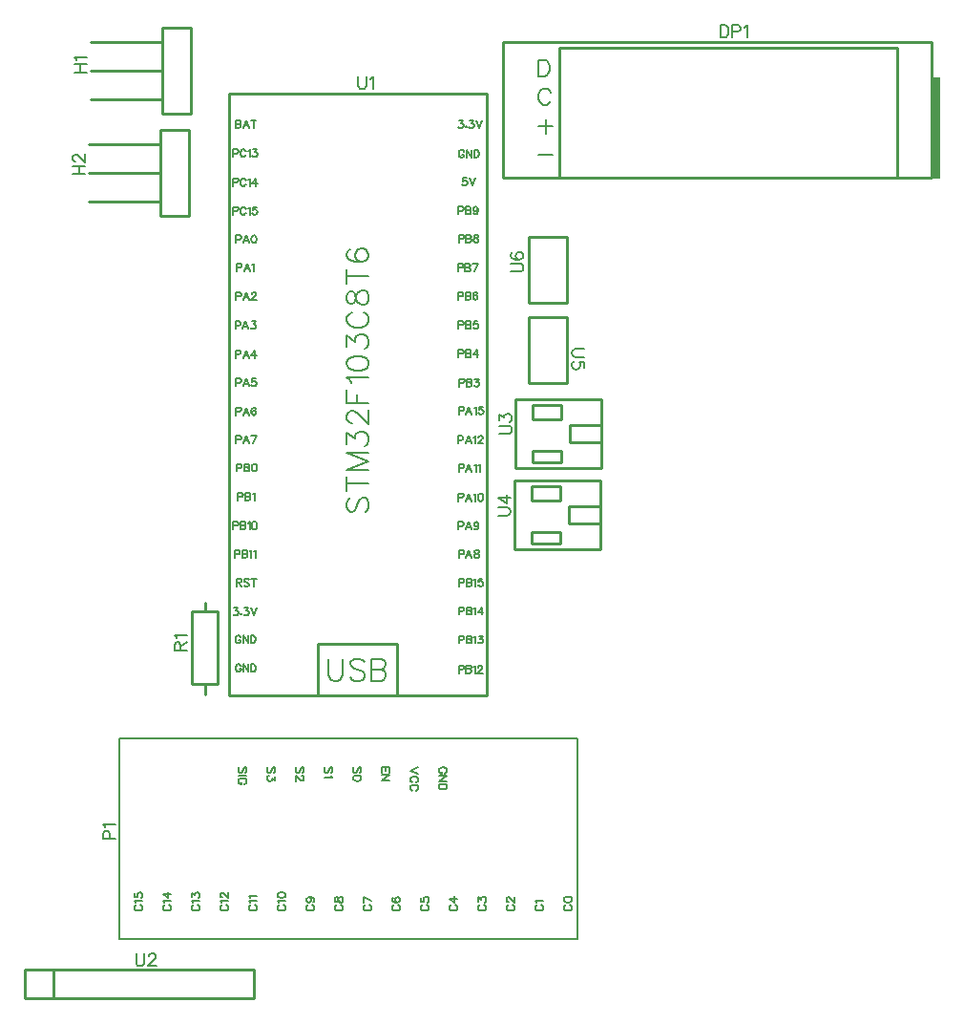
<source format=gto>
G04 Layer: TopSilkscreenLayer*
G04 EasyEDA v6.5.23, 2023-05-10 17:44:45*
G04 879318d257fd408eaa7c897814ac9686,36dc43ecd37a4a90800178a54734e8d5,10*
G04 Gerber Generator version 0.2*
G04 Scale: 100 percent, Rotated: No, Reflected: No *
G04 Dimensions in millimeters *
G04 leading zeros omitted , absolute positions ,4 integer and 5 decimal *
%FSLAX45Y45*%
%MOMM*%

%ADD10C,0.1524*%
%ADD11C,0.2032*%
%ADD12C,0.2000*%
%ADD13C,0.2540*%
%ADD14C,0.2032*%
%ADD15C,0.0127*%

%LPD*%
D10*
X6223000Y-303784D02*
G01*
X6223000Y-412750D01*
X6223000Y-303784D02*
G01*
X6259322Y-303784D01*
X6275070Y-308863D01*
X6285229Y-319278D01*
X6290563Y-329692D01*
X6295643Y-345439D01*
X6295643Y-371347D01*
X6290563Y-386842D01*
X6285229Y-397255D01*
X6275070Y-407670D01*
X6259322Y-412750D01*
X6223000Y-412750D01*
X6329934Y-303784D02*
G01*
X6329934Y-412750D01*
X6329934Y-303784D02*
G01*
X6376670Y-303784D01*
X6392418Y-308863D01*
X6397497Y-314197D01*
X6402831Y-324612D01*
X6402831Y-340105D01*
X6397497Y-350520D01*
X6392418Y-355600D01*
X6376670Y-360934D01*
X6329934Y-360934D01*
X6437122Y-324612D02*
G01*
X6447536Y-319278D01*
X6463029Y-303784D01*
X6463029Y-412750D01*
D11*
X4612386Y-611378D02*
G01*
X4612386Y-756665D01*
X4612386Y-611378D02*
G01*
X4660900Y-611378D01*
X4681727Y-618236D01*
X4695697Y-632205D01*
X4702556Y-645921D01*
X4709413Y-666750D01*
X4709413Y-701294D01*
X4702556Y-722121D01*
X4695697Y-736092D01*
X4681727Y-749807D01*
X4660900Y-756665D01*
X4612386Y-756665D01*
X4716525Y-899921D02*
G01*
X4709413Y-886205D01*
X4695697Y-872236D01*
X4681727Y-865378D01*
X4654041Y-865378D01*
X4640325Y-872236D01*
X4626356Y-886205D01*
X4619497Y-899921D01*
X4612386Y-920750D01*
X4612386Y-955294D01*
X4619497Y-976121D01*
X4626356Y-990092D01*
X4640325Y-1003807D01*
X4654041Y-1010665D01*
X4681727Y-1010665D01*
X4695697Y-1003807D01*
X4709413Y-990092D01*
X4716525Y-976121D01*
X4674870Y-1140205D02*
G01*
X4674870Y-1264665D01*
X4612386Y-1202436D02*
G01*
X4737100Y-1202436D01*
X4612386Y-1456436D02*
G01*
X4737100Y-1456436D01*
D10*
X494284Y-723900D02*
G01*
X603250Y-723900D01*
X494284Y-651255D02*
G01*
X603250Y-651255D01*
X546100Y-723900D02*
G01*
X546100Y-651255D01*
X515112Y-616965D02*
G01*
X509778Y-606552D01*
X494284Y-590804D01*
X603250Y-590804D01*
X481584Y-1625600D02*
G01*
X590550Y-1625600D01*
X481584Y-1552955D02*
G01*
X590550Y-1552955D01*
X533400Y-1625600D02*
G01*
X533400Y-1552955D01*
X507492Y-1513331D02*
G01*
X502412Y-1513331D01*
X491997Y-1508252D01*
X486663Y-1502918D01*
X481584Y-1492504D01*
X481584Y-1471929D01*
X486663Y-1461515D01*
X491997Y-1456181D01*
X502412Y-1451102D01*
X512826Y-1451102D01*
X523239Y-1456181D01*
X538734Y-1466595D01*
X590550Y-1518665D01*
X590550Y-1445768D01*
X748284Y-7518400D02*
G01*
X857250Y-7518400D01*
X748284Y-7518400D02*
G01*
X748284Y-7471663D01*
X753363Y-7456170D01*
X758697Y-7450836D01*
X769112Y-7445755D01*
X784605Y-7445755D01*
X795020Y-7450836D01*
X800100Y-7456170D01*
X805434Y-7471663D01*
X805434Y-7518400D01*
X769112Y-7411465D02*
G01*
X763778Y-7401052D01*
X748284Y-7385304D01*
X857250Y-7385304D01*
X1042670Y-8101329D02*
G01*
X1035557Y-8104886D01*
X1028700Y-8111744D01*
X1025144Y-8118855D01*
X1025144Y-8132571D01*
X1028700Y-8139429D01*
X1035557Y-8146542D01*
X1042670Y-8149844D01*
X1052829Y-8153400D01*
X1070355Y-8153400D01*
X1080770Y-8149844D01*
X1087628Y-8146542D01*
X1094486Y-8139429D01*
X1098042Y-8132571D01*
X1098042Y-8118855D01*
X1094486Y-8111744D01*
X1087628Y-8104886D01*
X1080770Y-8101329D01*
X1039113Y-8078470D02*
G01*
X1035557Y-8071612D01*
X1025144Y-8061197D01*
X1098042Y-8061197D01*
X1025144Y-7996936D02*
G01*
X1025144Y-8031479D01*
X1056386Y-8035036D01*
X1052829Y-8031479D01*
X1049528Y-8021065D01*
X1049528Y-8010652D01*
X1052829Y-8000237D01*
X1059942Y-7993379D01*
X1070355Y-7989823D01*
X1077213Y-7989823D01*
X1087628Y-7993379D01*
X1094486Y-8000237D01*
X1098042Y-8010652D01*
X1098042Y-8021065D01*
X1094486Y-8031479D01*
X1090929Y-8035036D01*
X1084071Y-8038337D01*
X1296670Y-8101329D02*
G01*
X1289557Y-8104886D01*
X1282700Y-8111744D01*
X1279144Y-8118855D01*
X1279144Y-8132571D01*
X1282700Y-8139429D01*
X1289557Y-8146542D01*
X1296670Y-8149844D01*
X1306829Y-8153400D01*
X1324355Y-8153400D01*
X1334770Y-8149844D01*
X1341628Y-8146542D01*
X1348486Y-8139429D01*
X1352042Y-8132571D01*
X1352042Y-8118855D01*
X1348486Y-8111744D01*
X1341628Y-8104886D01*
X1334770Y-8101329D01*
X1293113Y-8078470D02*
G01*
X1289557Y-8071612D01*
X1279144Y-8061197D01*
X1352042Y-8061197D01*
X1279144Y-8003794D02*
G01*
X1327657Y-8038337D01*
X1327657Y-7986521D01*
X1279144Y-8003794D02*
G01*
X1352042Y-8003794D01*
X1550670Y-8101329D02*
G01*
X1543557Y-8104886D01*
X1536700Y-8111744D01*
X1533144Y-8118855D01*
X1533144Y-8132571D01*
X1536700Y-8139429D01*
X1543557Y-8146542D01*
X1550670Y-8149844D01*
X1560829Y-8153400D01*
X1578355Y-8153400D01*
X1588770Y-8149844D01*
X1595628Y-8146542D01*
X1602486Y-8139429D01*
X1606042Y-8132571D01*
X1606042Y-8118855D01*
X1602486Y-8111744D01*
X1595628Y-8104886D01*
X1588770Y-8101329D01*
X1547113Y-8078470D02*
G01*
X1543557Y-8071612D01*
X1533144Y-8061197D01*
X1606042Y-8061197D01*
X1533144Y-8031479D02*
G01*
X1533144Y-7993379D01*
X1560829Y-8014208D01*
X1560829Y-8003794D01*
X1564386Y-7996936D01*
X1567942Y-7993379D01*
X1578355Y-7989823D01*
X1585213Y-7989823D01*
X1595628Y-7993379D01*
X1602486Y-8000237D01*
X1606042Y-8010652D01*
X1606042Y-8021065D01*
X1602486Y-8031479D01*
X1598929Y-8035036D01*
X1592071Y-8038337D01*
X1804670Y-8101329D02*
G01*
X1797557Y-8104886D01*
X1790700Y-8111744D01*
X1787144Y-8118855D01*
X1787144Y-8132571D01*
X1790700Y-8139429D01*
X1797557Y-8146542D01*
X1804670Y-8149844D01*
X1814829Y-8153400D01*
X1832355Y-8153400D01*
X1842770Y-8149844D01*
X1849628Y-8146542D01*
X1856486Y-8139429D01*
X1860042Y-8132571D01*
X1860042Y-8118855D01*
X1856486Y-8111744D01*
X1849628Y-8104886D01*
X1842770Y-8101329D01*
X1801113Y-8078470D02*
G01*
X1797557Y-8071612D01*
X1787144Y-8061197D01*
X1860042Y-8061197D01*
X1804670Y-8035036D02*
G01*
X1801113Y-8035036D01*
X1794255Y-8031479D01*
X1790700Y-8027923D01*
X1787144Y-8021065D01*
X1787144Y-8007350D01*
X1790700Y-8000237D01*
X1794255Y-7996936D01*
X1801113Y-7993379D01*
X1807971Y-7993379D01*
X1814829Y-7996936D01*
X1825244Y-8003794D01*
X1860042Y-8038337D01*
X1860042Y-7989823D01*
X2058670Y-8101329D02*
G01*
X2051558Y-8104886D01*
X2044700Y-8111744D01*
X2041143Y-8118855D01*
X2041143Y-8132571D01*
X2044700Y-8139429D01*
X2051558Y-8146542D01*
X2058670Y-8149844D01*
X2068829Y-8153400D01*
X2086356Y-8153400D01*
X2096770Y-8149844D01*
X2103627Y-8146542D01*
X2110486Y-8139429D01*
X2114041Y-8132571D01*
X2114041Y-8118855D01*
X2110486Y-8111744D01*
X2103627Y-8104886D01*
X2096770Y-8101329D01*
X2055113Y-8078470D02*
G01*
X2051558Y-8071612D01*
X2041143Y-8061197D01*
X2114041Y-8061197D01*
X2055113Y-8038337D02*
G01*
X2051558Y-8031479D01*
X2041143Y-8021065D01*
X2114041Y-8021065D01*
X2312670Y-8101329D02*
G01*
X2305558Y-8104886D01*
X2298700Y-8111744D01*
X2295143Y-8118855D01*
X2295143Y-8132571D01*
X2298700Y-8139429D01*
X2305558Y-8146542D01*
X2312670Y-8149844D01*
X2322829Y-8153400D01*
X2340356Y-8153400D01*
X2350770Y-8149844D01*
X2357627Y-8146542D01*
X2364486Y-8139429D01*
X2368041Y-8132571D01*
X2368041Y-8118855D01*
X2364486Y-8111744D01*
X2357627Y-8104886D01*
X2350770Y-8101329D01*
X2309113Y-8078470D02*
G01*
X2305558Y-8071612D01*
X2295143Y-8061197D01*
X2368041Y-8061197D01*
X2295143Y-8017510D02*
G01*
X2298700Y-8027923D01*
X2309113Y-8035036D01*
X2326386Y-8038337D01*
X2336800Y-8038337D01*
X2354072Y-8035036D01*
X2364486Y-8027923D01*
X2368041Y-8017510D01*
X2368041Y-8010652D01*
X2364486Y-8000237D01*
X2354072Y-7993379D01*
X2336800Y-7989823D01*
X2326386Y-7989823D01*
X2309113Y-7993379D01*
X2298700Y-8000237D01*
X2295143Y-8010652D01*
X2295143Y-8017510D01*
X2566670Y-8101329D02*
G01*
X2559558Y-8104886D01*
X2552700Y-8111744D01*
X2549143Y-8118855D01*
X2549143Y-8132571D01*
X2552700Y-8139429D01*
X2559558Y-8146542D01*
X2566670Y-8149844D01*
X2576829Y-8153400D01*
X2594356Y-8153400D01*
X2604770Y-8149844D01*
X2611627Y-8146542D01*
X2618486Y-8139429D01*
X2622041Y-8132571D01*
X2622041Y-8118855D01*
X2618486Y-8111744D01*
X2611627Y-8104886D01*
X2604770Y-8101329D01*
X2573527Y-8033512D02*
G01*
X2583941Y-8037068D01*
X2590800Y-8043926D01*
X2594356Y-8054339D01*
X2594356Y-8057895D01*
X2590800Y-8068310D01*
X2583941Y-8075168D01*
X2573527Y-8078470D01*
X2569972Y-8078470D01*
X2559558Y-8075168D01*
X2552700Y-8068310D01*
X2549143Y-8057895D01*
X2549143Y-8054339D01*
X2552700Y-8043926D01*
X2559558Y-8037068D01*
X2573527Y-8033512D01*
X2590800Y-8033512D01*
X2608072Y-8037068D01*
X2618486Y-8043926D01*
X2622041Y-8054339D01*
X2622041Y-8061197D01*
X2618486Y-8071612D01*
X2611627Y-8075168D01*
X2820670Y-8101329D02*
G01*
X2813558Y-8104886D01*
X2806700Y-8111744D01*
X2803143Y-8118855D01*
X2803143Y-8132571D01*
X2806700Y-8139429D01*
X2813558Y-8146542D01*
X2820670Y-8149844D01*
X2830829Y-8153400D01*
X2848356Y-8153400D01*
X2858770Y-8149844D01*
X2865627Y-8146542D01*
X2872486Y-8139429D01*
X2876041Y-8132571D01*
X2876041Y-8118855D01*
X2872486Y-8111744D01*
X2865627Y-8104886D01*
X2858770Y-8101329D01*
X2803143Y-8061197D02*
G01*
X2806700Y-8071612D01*
X2813558Y-8075168D01*
X2820670Y-8075168D01*
X2827527Y-8071612D01*
X2830829Y-8064754D01*
X2834386Y-8050784D01*
X2837941Y-8040370D01*
X2844800Y-8033512D01*
X2851658Y-8030210D01*
X2862072Y-8030210D01*
X2868929Y-8033512D01*
X2872486Y-8037068D01*
X2876041Y-8047481D01*
X2876041Y-8061197D01*
X2872486Y-8071612D01*
X2868929Y-8075168D01*
X2862072Y-8078470D01*
X2851658Y-8078470D01*
X2844800Y-8075168D01*
X2837941Y-8068310D01*
X2834386Y-8057895D01*
X2830829Y-8043926D01*
X2827527Y-8037068D01*
X2820670Y-8033512D01*
X2813558Y-8033512D01*
X2806700Y-8037068D01*
X2803143Y-8047481D01*
X2803143Y-8061197D01*
X3074670Y-8101329D02*
G01*
X3067558Y-8104886D01*
X3060700Y-8111744D01*
X3057143Y-8118855D01*
X3057143Y-8132571D01*
X3060700Y-8139429D01*
X3067558Y-8146542D01*
X3074670Y-8149844D01*
X3084829Y-8153400D01*
X3102356Y-8153400D01*
X3112770Y-8149844D01*
X3119627Y-8146542D01*
X3126486Y-8139429D01*
X3130041Y-8132571D01*
X3130041Y-8118855D01*
X3126486Y-8111744D01*
X3119627Y-8104886D01*
X3112770Y-8101329D01*
X3057143Y-8030210D02*
G01*
X3130041Y-8064754D01*
X3057143Y-8078470D02*
G01*
X3057143Y-8030210D01*
X3328670Y-8101329D02*
G01*
X3321558Y-8104886D01*
X3314700Y-8111744D01*
X3311143Y-8118855D01*
X3311143Y-8132571D01*
X3314700Y-8139429D01*
X3321558Y-8146542D01*
X3328670Y-8149844D01*
X3338829Y-8153400D01*
X3356356Y-8153400D01*
X3366770Y-8149844D01*
X3373627Y-8146542D01*
X3380486Y-8139429D01*
X3384041Y-8132571D01*
X3384041Y-8118855D01*
X3380486Y-8111744D01*
X3373627Y-8104886D01*
X3366770Y-8101329D01*
X3321558Y-8037068D02*
G01*
X3314700Y-8040370D01*
X3311143Y-8050784D01*
X3311143Y-8057895D01*
X3314700Y-8068310D01*
X3325113Y-8075168D01*
X3342386Y-8078470D01*
X3359658Y-8078470D01*
X3373627Y-8075168D01*
X3380486Y-8068310D01*
X3384041Y-8057895D01*
X3384041Y-8054339D01*
X3380486Y-8043926D01*
X3373627Y-8037068D01*
X3363213Y-8033512D01*
X3359658Y-8033512D01*
X3349243Y-8037068D01*
X3342386Y-8043926D01*
X3338829Y-8054339D01*
X3338829Y-8057895D01*
X3342386Y-8068310D01*
X3349243Y-8075168D01*
X3359658Y-8078470D01*
X3582670Y-8101329D02*
G01*
X3575558Y-8104886D01*
X3568700Y-8111744D01*
X3565143Y-8118855D01*
X3565143Y-8132571D01*
X3568700Y-8139429D01*
X3575558Y-8146542D01*
X3582670Y-8149844D01*
X3592829Y-8153400D01*
X3610356Y-8153400D01*
X3620770Y-8149844D01*
X3627627Y-8146542D01*
X3634486Y-8139429D01*
X3638041Y-8132571D01*
X3638041Y-8118855D01*
X3634486Y-8111744D01*
X3627627Y-8104886D01*
X3620770Y-8101329D01*
X3565143Y-8037068D02*
G01*
X3565143Y-8071612D01*
X3596386Y-8075168D01*
X3592829Y-8071612D01*
X3589527Y-8061197D01*
X3589527Y-8050784D01*
X3592829Y-8040370D01*
X3599941Y-8033512D01*
X3610356Y-8030210D01*
X3617213Y-8030210D01*
X3627627Y-8033512D01*
X3634486Y-8040370D01*
X3638041Y-8050784D01*
X3638041Y-8061197D01*
X3634486Y-8071612D01*
X3630929Y-8075168D01*
X3624072Y-8078470D01*
X3836670Y-8101329D02*
G01*
X3829558Y-8104886D01*
X3822700Y-8111744D01*
X3819143Y-8118855D01*
X3819143Y-8132571D01*
X3822700Y-8139429D01*
X3829558Y-8146542D01*
X3836670Y-8149844D01*
X3846829Y-8153400D01*
X3864356Y-8153400D01*
X3874770Y-8149844D01*
X3881627Y-8146542D01*
X3888486Y-8139429D01*
X3892041Y-8132571D01*
X3892041Y-8118855D01*
X3888486Y-8111744D01*
X3881627Y-8104886D01*
X3874770Y-8101329D01*
X3819143Y-8043926D02*
G01*
X3867658Y-8078470D01*
X3867658Y-8026654D01*
X3819143Y-8043926D02*
G01*
X3892041Y-8043926D01*
X4090670Y-8101329D02*
G01*
X4083558Y-8104886D01*
X4076700Y-8111744D01*
X4073143Y-8118855D01*
X4073143Y-8132571D01*
X4076700Y-8139429D01*
X4083558Y-8146542D01*
X4090670Y-8149844D01*
X4100829Y-8153400D01*
X4118356Y-8153400D01*
X4128770Y-8149844D01*
X4135627Y-8146542D01*
X4142486Y-8139429D01*
X4146041Y-8132571D01*
X4146041Y-8118855D01*
X4142486Y-8111744D01*
X4135627Y-8104886D01*
X4128770Y-8101329D01*
X4073143Y-8071612D02*
G01*
X4073143Y-8033512D01*
X4100829Y-8054339D01*
X4100829Y-8043926D01*
X4104386Y-8037068D01*
X4107941Y-8033512D01*
X4118356Y-8030210D01*
X4125213Y-8030210D01*
X4135627Y-8033512D01*
X4142486Y-8040370D01*
X4146041Y-8050784D01*
X4146041Y-8061197D01*
X4142486Y-8071612D01*
X4138929Y-8075168D01*
X4132072Y-8078470D01*
X4344670Y-8101329D02*
G01*
X4337558Y-8104886D01*
X4330700Y-8111744D01*
X4327143Y-8118855D01*
X4327143Y-8132571D01*
X4330700Y-8139429D01*
X4337558Y-8146542D01*
X4344670Y-8149844D01*
X4354829Y-8153400D01*
X4372356Y-8153400D01*
X4382770Y-8149844D01*
X4389627Y-8146542D01*
X4396486Y-8139429D01*
X4400041Y-8132571D01*
X4400041Y-8118855D01*
X4396486Y-8111744D01*
X4389627Y-8104886D01*
X4382770Y-8101329D01*
X4344670Y-8075168D02*
G01*
X4341113Y-8075168D01*
X4334256Y-8071612D01*
X4330700Y-8068310D01*
X4327143Y-8061197D01*
X4327143Y-8047481D01*
X4330700Y-8040370D01*
X4334256Y-8037068D01*
X4341113Y-8033512D01*
X4347972Y-8033512D01*
X4354829Y-8037068D01*
X4365243Y-8043926D01*
X4400041Y-8078470D01*
X4400041Y-8030210D01*
X4598670Y-8101329D02*
G01*
X4591558Y-8104886D01*
X4584700Y-8111744D01*
X4581143Y-8118855D01*
X4581143Y-8132571D01*
X4584700Y-8139429D01*
X4591558Y-8146542D01*
X4598670Y-8149844D01*
X4608829Y-8153400D01*
X4626356Y-8153400D01*
X4636770Y-8149844D01*
X4643627Y-8146542D01*
X4650486Y-8139429D01*
X4654041Y-8132571D01*
X4654041Y-8118855D01*
X4650486Y-8111744D01*
X4643627Y-8104886D01*
X4636770Y-8101329D01*
X4595113Y-8078470D02*
G01*
X4591558Y-8071612D01*
X4581143Y-8061197D01*
X4654041Y-8061197D01*
X4852670Y-8101329D02*
G01*
X4845558Y-8104886D01*
X4838700Y-8111744D01*
X4835143Y-8118855D01*
X4835143Y-8132571D01*
X4838700Y-8139429D01*
X4845558Y-8146542D01*
X4852670Y-8149844D01*
X4862829Y-8153400D01*
X4880356Y-8153400D01*
X4890770Y-8149844D01*
X4897627Y-8146542D01*
X4904486Y-8139429D01*
X4908041Y-8132571D01*
X4908041Y-8118855D01*
X4904486Y-8111744D01*
X4897627Y-8104886D01*
X4890770Y-8101329D01*
X4835143Y-8057895D02*
G01*
X4838700Y-8068310D01*
X4849113Y-8075168D01*
X4866386Y-8078470D01*
X4876800Y-8078470D01*
X4894072Y-8075168D01*
X4904486Y-8068310D01*
X4908041Y-8057895D01*
X4908041Y-8050784D01*
X4904486Y-8040370D01*
X4894072Y-8033512D01*
X4876800Y-8030210D01*
X4866386Y-8030210D01*
X4849113Y-8033512D01*
X4838700Y-8040370D01*
X4835143Y-8050784D01*
X4835143Y-8057895D01*
X2012441Y-6931913D02*
G01*
X2019300Y-6925055D01*
X2022856Y-6914642D01*
X2022856Y-6900671D01*
X2019300Y-6890258D01*
X2012441Y-6883400D01*
X2005329Y-6883400D01*
X1998472Y-6886955D01*
X1995170Y-6890258D01*
X1991613Y-6897370D01*
X1984756Y-6917944D01*
X1981200Y-6925055D01*
X1977643Y-6928358D01*
X1970786Y-6931913D01*
X1960372Y-6931913D01*
X1953513Y-6925055D01*
X1949958Y-6914642D01*
X1949958Y-6900671D01*
X1953513Y-6890258D01*
X1960372Y-6883400D01*
X2022856Y-6954773D02*
G01*
X1949958Y-6954773D01*
X2005329Y-7029450D02*
G01*
X2012441Y-7026147D01*
X2019300Y-7019289D01*
X2022856Y-7012178D01*
X2022856Y-6998462D01*
X2019300Y-6991350D01*
X2012441Y-6984492D01*
X2005329Y-6981189D01*
X1995170Y-6977634D01*
X1977643Y-6977634D01*
X1967229Y-6981189D01*
X1960372Y-6984492D01*
X1953513Y-6991350D01*
X1949958Y-6998462D01*
X1949958Y-7012178D01*
X1953513Y-7019289D01*
X1960372Y-7026147D01*
X1967229Y-7029450D01*
X1977643Y-7029450D01*
X1977643Y-7012178D02*
G01*
X1977643Y-7029450D01*
X2266441Y-6931913D02*
G01*
X2273300Y-6925055D01*
X2276856Y-6914642D01*
X2276856Y-6900671D01*
X2273300Y-6890258D01*
X2266441Y-6883400D01*
X2259329Y-6883400D01*
X2252472Y-6886955D01*
X2249170Y-6890258D01*
X2245613Y-6897370D01*
X2238756Y-6917944D01*
X2235200Y-6925055D01*
X2231643Y-6928358D01*
X2224786Y-6931913D01*
X2214372Y-6931913D01*
X2207513Y-6925055D01*
X2203958Y-6914642D01*
X2203958Y-6900671D01*
X2207513Y-6890258D01*
X2214372Y-6883400D01*
X2276856Y-6961631D02*
G01*
X2276856Y-6999731D01*
X2249170Y-6978904D01*
X2249170Y-6989318D01*
X2245613Y-6996429D01*
X2242058Y-6999731D01*
X2231643Y-7003287D01*
X2224786Y-7003287D01*
X2214372Y-6999731D01*
X2207513Y-6992873D01*
X2203958Y-6982460D01*
X2203958Y-6972045D01*
X2207513Y-6961631D01*
X2211070Y-6958329D01*
X2217927Y-6954773D01*
X2520441Y-6931913D02*
G01*
X2527300Y-6925055D01*
X2530856Y-6914642D01*
X2530856Y-6900671D01*
X2527300Y-6890258D01*
X2520441Y-6883400D01*
X2513329Y-6883400D01*
X2506472Y-6886955D01*
X2503170Y-6890258D01*
X2499613Y-6897370D01*
X2492756Y-6917944D01*
X2489200Y-6925055D01*
X2485643Y-6928358D01*
X2478786Y-6931913D01*
X2468372Y-6931913D01*
X2461513Y-6925055D01*
X2457958Y-6914642D01*
X2457958Y-6900671D01*
X2461513Y-6890258D01*
X2468372Y-6883400D01*
X2513329Y-6958329D02*
G01*
X2516886Y-6958329D01*
X2523743Y-6961631D01*
X2527300Y-6965187D01*
X2530856Y-6972045D01*
X2530856Y-6986015D01*
X2527300Y-6992873D01*
X2523743Y-6996429D01*
X2516886Y-6999731D01*
X2510027Y-6999731D01*
X2503170Y-6996429D01*
X2492756Y-6989318D01*
X2457958Y-6954773D01*
X2457958Y-7003287D01*
X2774441Y-6931913D02*
G01*
X2781300Y-6925055D01*
X2784856Y-6914642D01*
X2784856Y-6900671D01*
X2781300Y-6890258D01*
X2774441Y-6883400D01*
X2767329Y-6883400D01*
X2760472Y-6886955D01*
X2757170Y-6890258D01*
X2753613Y-6897370D01*
X2746756Y-6917944D01*
X2743200Y-6925055D01*
X2739643Y-6928358D01*
X2732786Y-6931913D01*
X2722372Y-6931913D01*
X2715513Y-6925055D01*
X2711958Y-6914642D01*
X2711958Y-6900671D01*
X2715513Y-6890258D01*
X2722372Y-6883400D01*
X2770886Y-6954773D02*
G01*
X2774441Y-6961631D01*
X2784856Y-6972045D01*
X2711958Y-6972045D01*
X3028441Y-6931913D02*
G01*
X3035300Y-6925055D01*
X3038856Y-6914642D01*
X3038856Y-6900671D01*
X3035300Y-6890258D01*
X3028441Y-6883400D01*
X3021329Y-6883400D01*
X3014472Y-6886955D01*
X3011170Y-6890258D01*
X3007613Y-6897370D01*
X3000756Y-6917944D01*
X2997200Y-6925055D01*
X2993643Y-6928358D01*
X2986786Y-6931913D01*
X2976372Y-6931913D01*
X2969513Y-6925055D01*
X2965958Y-6914642D01*
X2965958Y-6900671D01*
X2969513Y-6890258D01*
X2976372Y-6883400D01*
X3038856Y-6975602D02*
G01*
X3035300Y-6965187D01*
X3024886Y-6958329D01*
X3007613Y-6954773D01*
X2997200Y-6954773D01*
X2979927Y-6958329D01*
X2969513Y-6965187D01*
X2965958Y-6975602D01*
X2965958Y-6982460D01*
X2969513Y-6992873D01*
X2979927Y-6999731D01*
X2997200Y-7003287D01*
X3007613Y-7003287D01*
X3024886Y-6999731D01*
X3035300Y-6992873D01*
X3038856Y-6982460D01*
X3038856Y-6975602D01*
X3292856Y-6883400D02*
G01*
X3219958Y-6883400D01*
X3292856Y-6883400D02*
G01*
X3292856Y-6928358D01*
X3258058Y-6883400D02*
G01*
X3258058Y-6911086D01*
X3219958Y-6883400D02*
G01*
X3219958Y-6928358D01*
X3292856Y-6951218D02*
G01*
X3219958Y-6951218D01*
X3292856Y-6951218D02*
G01*
X3219958Y-6999731D01*
X3292856Y-6999731D02*
G01*
X3219958Y-6999731D01*
X3546856Y-6883400D02*
G01*
X3473958Y-6911086D01*
X3546856Y-6938771D02*
G01*
X3473958Y-6911086D01*
X3529329Y-7013702D02*
G01*
X3536441Y-7010145D01*
X3543300Y-7003287D01*
X3546856Y-6996429D01*
X3546856Y-6982460D01*
X3543300Y-6975602D01*
X3536441Y-6968489D01*
X3529329Y-6965187D01*
X3519170Y-6961631D01*
X3501643Y-6961631D01*
X3491229Y-6965187D01*
X3484372Y-6968489D01*
X3477513Y-6975602D01*
X3473958Y-6982460D01*
X3473958Y-6996429D01*
X3477513Y-7003287D01*
X3484372Y-7010145D01*
X3491229Y-7013702D01*
X3529329Y-7088378D02*
G01*
X3536441Y-7085076D01*
X3543300Y-7077963D01*
X3546856Y-7071105D01*
X3546856Y-7057389D01*
X3543300Y-7050278D01*
X3536441Y-7043420D01*
X3529329Y-7039863D01*
X3519170Y-7036562D01*
X3501643Y-7036562D01*
X3491229Y-7039863D01*
X3484372Y-7043420D01*
X3477513Y-7050278D01*
X3473958Y-7057389D01*
X3473958Y-7071105D01*
X3477513Y-7077963D01*
X3484372Y-7085076D01*
X3491229Y-7088378D01*
X3783329Y-6935470D02*
G01*
X3790441Y-6931913D01*
X3797300Y-6925055D01*
X3800856Y-6917944D01*
X3800856Y-6904228D01*
X3797300Y-6897370D01*
X3790441Y-6890258D01*
X3783329Y-6886955D01*
X3773170Y-6883400D01*
X3755643Y-6883400D01*
X3745229Y-6886955D01*
X3738372Y-6890258D01*
X3731513Y-6897370D01*
X3727958Y-6904228D01*
X3727958Y-6917944D01*
X3731513Y-6925055D01*
X3738372Y-6931913D01*
X3745229Y-6935470D01*
X3755643Y-6935470D01*
X3755643Y-6917944D02*
G01*
X3755643Y-6935470D01*
X3800856Y-6958329D02*
G01*
X3727958Y-6958329D01*
X3800856Y-6958329D02*
G01*
X3727958Y-7006589D01*
X3800856Y-7006589D02*
G01*
X3727958Y-7006589D01*
X3800856Y-7029450D02*
G01*
X3727958Y-7029450D01*
X3800856Y-7029450D02*
G01*
X3800856Y-7053834D01*
X3797300Y-7064247D01*
X3790441Y-7071105D01*
X3783329Y-7074662D01*
X3773170Y-7077963D01*
X3755643Y-7077963D01*
X3745229Y-7074662D01*
X3738372Y-7071105D01*
X3731513Y-7064247D01*
X3727958Y-7053834D01*
X3727958Y-7029450D01*
X1383284Y-5846305D02*
G01*
X1492250Y-5846305D01*
X1383284Y-5846305D02*
G01*
X1383284Y-5799569D01*
X1388363Y-5784075D01*
X1393697Y-5778741D01*
X1404112Y-5773661D01*
X1414526Y-5773661D01*
X1424939Y-5778741D01*
X1430020Y-5784075D01*
X1435100Y-5799569D01*
X1435100Y-5846305D01*
X1435100Y-5809983D02*
G01*
X1492250Y-5773661D01*
X1404112Y-5739371D02*
G01*
X1398778Y-5728957D01*
X1383284Y-5713209D01*
X1492250Y-5713209D01*
X3009900Y-760984D02*
G01*
X3009900Y-838962D01*
X3014979Y-854455D01*
X3025393Y-864870D01*
X3041141Y-869950D01*
X3051556Y-869950D01*
X3067050Y-864870D01*
X3077463Y-854455D01*
X3082543Y-838962D01*
X3082543Y-760984D01*
X3116834Y-781812D02*
G01*
X3127247Y-776478D01*
X3142995Y-760984D01*
X3142995Y-869950D01*
D12*
X1925320Y-1146047D02*
G01*
X1925320Y-1212850D01*
X1925320Y-1146047D02*
G01*
X1954022Y-1146047D01*
X1963420Y-1149095D01*
X1966722Y-1152397D01*
X1969770Y-1158747D01*
X1969770Y-1165097D01*
X1966722Y-1171447D01*
X1963420Y-1174750D01*
X1954022Y-1177797D01*
X1925320Y-1177797D02*
G01*
X1954022Y-1177797D01*
X1963420Y-1181100D01*
X1966722Y-1184147D01*
X1969770Y-1190497D01*
X1969770Y-1200150D01*
X1966722Y-1206500D01*
X1963420Y-1209547D01*
X1954022Y-1212850D01*
X1925320Y-1212850D01*
X2016252Y-1146047D02*
G01*
X1990852Y-1212850D01*
X2016252Y-1146047D02*
G01*
X2041652Y-1212850D01*
X2000504Y-1190497D02*
G01*
X2032254Y-1190497D01*
X2085086Y-1146047D02*
G01*
X2085086Y-1212850D01*
X2062734Y-1146047D02*
G01*
X2107438Y-1146047D01*
X1902460Y-1405128D02*
G01*
X1902460Y-1471929D01*
X1902460Y-1405128D02*
G01*
X1931161Y-1405128D01*
X1940559Y-1408176D01*
X1943861Y-1411478D01*
X1946909Y-1417828D01*
X1946909Y-1427479D01*
X1943861Y-1433829D01*
X1940559Y-1436878D01*
X1931161Y-1440179D01*
X1902460Y-1440179D01*
X2015743Y-1421129D02*
G01*
X2012441Y-1414526D01*
X2006091Y-1408176D01*
X1999741Y-1405128D01*
X1987041Y-1405128D01*
X1980691Y-1408176D01*
X1974341Y-1414526D01*
X1971293Y-1421129D01*
X1967991Y-1430528D01*
X1967991Y-1446529D01*
X1971293Y-1455928D01*
X1974341Y-1462278D01*
X1980691Y-1468628D01*
X1987041Y-1471929D01*
X1999741Y-1471929D01*
X2006091Y-1468628D01*
X2012441Y-1462278D01*
X2015743Y-1455928D01*
X2036825Y-1417828D02*
G01*
X2043175Y-1414526D01*
X2052574Y-1405128D01*
X2052574Y-1471929D01*
X2080006Y-1405128D02*
G01*
X2115058Y-1405128D01*
X2096008Y-1430528D01*
X2105406Y-1430528D01*
X2111756Y-1433829D01*
X2115058Y-1436878D01*
X2118106Y-1446529D01*
X2118106Y-1452879D01*
X2115058Y-1462278D01*
X2108708Y-1468628D01*
X2099056Y-1471929D01*
X2089658Y-1471929D01*
X2080006Y-1468628D01*
X2076704Y-1465579D01*
X2073656Y-1459229D01*
X1902460Y-1661668D02*
G01*
X1902460Y-1728470D01*
X1902460Y-1661668D02*
G01*
X1931161Y-1661668D01*
X1940559Y-1664715D01*
X1943861Y-1668018D01*
X1946909Y-1674368D01*
X1946909Y-1684020D01*
X1943861Y-1690370D01*
X1940559Y-1693418D01*
X1931161Y-1696720D01*
X1902460Y-1696720D01*
X2015743Y-1677670D02*
G01*
X2012441Y-1671065D01*
X2006091Y-1664715D01*
X1999741Y-1661668D01*
X1987041Y-1661668D01*
X1980691Y-1664715D01*
X1974341Y-1671065D01*
X1971293Y-1677670D01*
X1967991Y-1687068D01*
X1967991Y-1703070D01*
X1971293Y-1712468D01*
X1974341Y-1718818D01*
X1980691Y-1725168D01*
X1987041Y-1728470D01*
X1999741Y-1728470D01*
X2006091Y-1725168D01*
X2012441Y-1718818D01*
X2015743Y-1712468D01*
X2036825Y-1674368D02*
G01*
X2043175Y-1671065D01*
X2052574Y-1661668D01*
X2052574Y-1728470D01*
X2105406Y-1661668D02*
G01*
X2073656Y-1706118D01*
X2121408Y-1706118D01*
X2105406Y-1661668D02*
G01*
X2105406Y-1728470D01*
X1902460Y-1915668D02*
G01*
X1902460Y-1982470D01*
X1902460Y-1915668D02*
G01*
X1931161Y-1915668D01*
X1940559Y-1918715D01*
X1943861Y-1922018D01*
X1946909Y-1928368D01*
X1946909Y-1938020D01*
X1943861Y-1944370D01*
X1940559Y-1947418D01*
X1931161Y-1950720D01*
X1902460Y-1950720D01*
X2015743Y-1931670D02*
G01*
X2012441Y-1925065D01*
X2006091Y-1918715D01*
X1999741Y-1915668D01*
X1987041Y-1915668D01*
X1980691Y-1918715D01*
X1974341Y-1925065D01*
X1971293Y-1931670D01*
X1967991Y-1941068D01*
X1967991Y-1957070D01*
X1971293Y-1966468D01*
X1974341Y-1972818D01*
X1980691Y-1979168D01*
X1987041Y-1982470D01*
X1999741Y-1982470D01*
X2006091Y-1979168D01*
X2012441Y-1972818D01*
X2015743Y-1966468D01*
X2036825Y-1928368D02*
G01*
X2043175Y-1925065D01*
X2052574Y-1915668D01*
X2052574Y-1982470D01*
X2111756Y-1915668D02*
G01*
X2080006Y-1915668D01*
X2076704Y-1944370D01*
X2080006Y-1941068D01*
X2089658Y-1938020D01*
X2099056Y-1938020D01*
X2108708Y-1941068D01*
X2115058Y-1947418D01*
X2118106Y-1957070D01*
X2118106Y-1963420D01*
X2115058Y-1972818D01*
X2108708Y-1979168D01*
X2099056Y-1982470D01*
X2089658Y-1982470D01*
X2080006Y-1979168D01*
X2076704Y-1976120D01*
X2073656Y-1969770D01*
X1927860Y-2167128D02*
G01*
X1927860Y-2233929D01*
X1927860Y-2167128D02*
G01*
X1956561Y-2167128D01*
X1965959Y-2170176D01*
X1969261Y-2173478D01*
X1972309Y-2179828D01*
X1972309Y-2189479D01*
X1969261Y-2195829D01*
X1965959Y-2198878D01*
X1956561Y-2202179D01*
X1927860Y-2202179D01*
X2018791Y-2167128D02*
G01*
X1993391Y-2233929D01*
X2018791Y-2167128D02*
G01*
X2044191Y-2233929D01*
X2003043Y-2211578D02*
G01*
X2034793Y-2211578D01*
X2084324Y-2167128D02*
G01*
X2074925Y-2170176D01*
X2068575Y-2179828D01*
X2065274Y-2195829D01*
X2065274Y-2205228D01*
X2068575Y-2221229D01*
X2074925Y-2230628D01*
X2084324Y-2233929D01*
X2090674Y-2233929D01*
X2100325Y-2230628D01*
X2106675Y-2221229D01*
X2109977Y-2205228D01*
X2109977Y-2195829D01*
X2106675Y-2179828D01*
X2100325Y-2170176D01*
X2090674Y-2167128D01*
X2084324Y-2167128D01*
X1932940Y-2416047D02*
G01*
X1932940Y-2482850D01*
X1932940Y-2416047D02*
G01*
X1961641Y-2416047D01*
X1971040Y-2419095D01*
X1974341Y-2422397D01*
X1977390Y-2428747D01*
X1977390Y-2438400D01*
X1974341Y-2444750D01*
X1971040Y-2447797D01*
X1961641Y-2451100D01*
X1932940Y-2451100D01*
X2023872Y-2416047D02*
G01*
X1998472Y-2482850D01*
X2023872Y-2416047D02*
G01*
X2049272Y-2482850D01*
X2008124Y-2460497D02*
G01*
X2039874Y-2460497D01*
X2070354Y-2428747D02*
G01*
X2076704Y-2425445D01*
X2086356Y-2416047D01*
X2086356Y-2482850D01*
X1927860Y-2672587D02*
G01*
X1927860Y-2739389D01*
X1927860Y-2672587D02*
G01*
X1956561Y-2672587D01*
X1965959Y-2675636D01*
X1969261Y-2678937D01*
X1972309Y-2685287D01*
X1972309Y-2694939D01*
X1969261Y-2701289D01*
X1965959Y-2704337D01*
X1956561Y-2707639D01*
X1927860Y-2707639D01*
X2018791Y-2672587D02*
G01*
X1993391Y-2739389D01*
X2018791Y-2672587D02*
G01*
X2044191Y-2739389D01*
X2003043Y-2717037D02*
G01*
X2034793Y-2717037D01*
X2068575Y-2688589D02*
G01*
X2068575Y-2685287D01*
X2071624Y-2678937D01*
X2074925Y-2675636D01*
X2081275Y-2672587D01*
X2093975Y-2672587D01*
X2100325Y-2675636D01*
X2103627Y-2678937D01*
X2106675Y-2685287D01*
X2106675Y-2691637D01*
X2103627Y-2697987D01*
X2097024Y-2707639D01*
X2065274Y-2739389D01*
X2109977Y-2739389D01*
X1922779Y-2929128D02*
G01*
X1922779Y-2995929D01*
X1922779Y-2929128D02*
G01*
X1951481Y-2929128D01*
X1960879Y-2932176D01*
X1964181Y-2935478D01*
X1967229Y-2941828D01*
X1967229Y-2951479D01*
X1964181Y-2957829D01*
X1960879Y-2960878D01*
X1951481Y-2964179D01*
X1922779Y-2964179D01*
X2013711Y-2929128D02*
G01*
X1988311Y-2995929D01*
X2013711Y-2929128D02*
G01*
X2039111Y-2995929D01*
X1997963Y-2973578D02*
G01*
X2029713Y-2973578D01*
X2066543Y-2929128D02*
G01*
X2101595Y-2929128D01*
X2082545Y-2954528D01*
X2091943Y-2954528D01*
X2098547Y-2957829D01*
X2101595Y-2960878D01*
X2104897Y-2970529D01*
X2104897Y-2976879D01*
X2101595Y-2986278D01*
X2095245Y-2992628D01*
X2085593Y-2995929D01*
X2076195Y-2995929D01*
X2066543Y-2992628D01*
X2063495Y-2989579D01*
X2060193Y-2983229D01*
X1925320Y-3185668D02*
G01*
X1925320Y-3252470D01*
X1925320Y-3185668D02*
G01*
X1954022Y-3185668D01*
X1963420Y-3188715D01*
X1966722Y-3192018D01*
X1969770Y-3198368D01*
X1969770Y-3208020D01*
X1966722Y-3214370D01*
X1963420Y-3217418D01*
X1954022Y-3220720D01*
X1925320Y-3220720D01*
X2016252Y-3185668D02*
G01*
X1990852Y-3252470D01*
X2016252Y-3185668D02*
G01*
X2041652Y-3252470D01*
X2000504Y-3230118D02*
G01*
X2032254Y-3230118D01*
X2094484Y-3185668D02*
G01*
X2062734Y-3230118D01*
X2110486Y-3230118D01*
X2094484Y-3185668D02*
G01*
X2094484Y-3252470D01*
X1927860Y-3437128D02*
G01*
X1927860Y-3503929D01*
X1927860Y-3437128D02*
G01*
X1956561Y-3437128D01*
X1965959Y-3440176D01*
X1969261Y-3443478D01*
X1972309Y-3449828D01*
X1972309Y-3459479D01*
X1969261Y-3465829D01*
X1965959Y-3468878D01*
X1956561Y-3472179D01*
X1927860Y-3472179D01*
X2018791Y-3437128D02*
G01*
X1993391Y-3503929D01*
X2018791Y-3437128D02*
G01*
X2044191Y-3503929D01*
X2003043Y-3481578D02*
G01*
X2034793Y-3481578D01*
X2103627Y-3437128D02*
G01*
X2071624Y-3437128D01*
X2068575Y-3465829D01*
X2071624Y-3462528D01*
X2081275Y-3459479D01*
X2090674Y-3459479D01*
X2100325Y-3462528D01*
X2106675Y-3468878D01*
X2109977Y-3478529D01*
X2109977Y-3484879D01*
X2106675Y-3494278D01*
X2100325Y-3500628D01*
X2090674Y-3503929D01*
X2081275Y-3503929D01*
X2071624Y-3500628D01*
X2068575Y-3497579D01*
X2065274Y-3491229D01*
X1927860Y-3693668D02*
G01*
X1927860Y-3760470D01*
X1927860Y-3693668D02*
G01*
X1956561Y-3693668D01*
X1965959Y-3696715D01*
X1969261Y-3700018D01*
X1972309Y-3706368D01*
X1972309Y-3716020D01*
X1969261Y-3722370D01*
X1965959Y-3725418D01*
X1956561Y-3728720D01*
X1927860Y-3728720D01*
X2018791Y-3693668D02*
G01*
X1993391Y-3760470D01*
X2018791Y-3693668D02*
G01*
X2044191Y-3760470D01*
X2003043Y-3738118D02*
G01*
X2034793Y-3738118D01*
X2103627Y-3703065D02*
G01*
X2100325Y-3696715D01*
X2090674Y-3693668D01*
X2084324Y-3693668D01*
X2074925Y-3696715D01*
X2068575Y-3706368D01*
X2065274Y-3722370D01*
X2065274Y-3738118D01*
X2068575Y-3750818D01*
X2074925Y-3757168D01*
X2084324Y-3760470D01*
X2087625Y-3760470D01*
X2097024Y-3757168D01*
X2103627Y-3750818D01*
X2106675Y-3741420D01*
X2106675Y-3738118D01*
X2103627Y-3728720D01*
X2097024Y-3722370D01*
X2087625Y-3719068D01*
X2084324Y-3719068D01*
X2074925Y-3722370D01*
X2068575Y-3728720D01*
X2065274Y-3738118D01*
X1927860Y-3942587D02*
G01*
X1927860Y-4009389D01*
X1927860Y-3942587D02*
G01*
X1956561Y-3942587D01*
X1965959Y-3945636D01*
X1969261Y-3948937D01*
X1972309Y-3955287D01*
X1972309Y-3964939D01*
X1969261Y-3971289D01*
X1965959Y-3974337D01*
X1956561Y-3977639D01*
X1927860Y-3977639D01*
X2018791Y-3942587D02*
G01*
X1993391Y-4009389D01*
X2018791Y-3942587D02*
G01*
X2044191Y-4009389D01*
X2003043Y-3987037D02*
G01*
X2034793Y-3987037D01*
X2109977Y-3942587D02*
G01*
X2077974Y-4009389D01*
X2065274Y-3942587D02*
G01*
X2109977Y-3942587D01*
X1935479Y-4191507D02*
G01*
X1935479Y-4258310D01*
X1935479Y-4191507D02*
G01*
X1964181Y-4191507D01*
X1973579Y-4194555D01*
X1976881Y-4197857D01*
X1979929Y-4204207D01*
X1979929Y-4213860D01*
X1976881Y-4220210D01*
X1973579Y-4223257D01*
X1964181Y-4226560D01*
X1935479Y-4226560D01*
X2001011Y-4191507D02*
G01*
X2001011Y-4258310D01*
X2001011Y-4191507D02*
G01*
X2029713Y-4191507D01*
X2039111Y-4194555D01*
X2042413Y-4197857D01*
X2045461Y-4204207D01*
X2045461Y-4210557D01*
X2042413Y-4216907D01*
X2039111Y-4220210D01*
X2029713Y-4223257D01*
X2001011Y-4223257D02*
G01*
X2029713Y-4223257D01*
X2039111Y-4226560D01*
X2042413Y-4229607D01*
X2045461Y-4235957D01*
X2045461Y-4245610D01*
X2042413Y-4251960D01*
X2039111Y-4255007D01*
X2029713Y-4258310D01*
X2001011Y-4258310D01*
X2085593Y-4191507D02*
G01*
X2076195Y-4194555D01*
X2069845Y-4204207D01*
X2066543Y-4220210D01*
X2066543Y-4229607D01*
X2069845Y-4245610D01*
X2076195Y-4255007D01*
X2085593Y-4258310D01*
X2091943Y-4258310D01*
X2101595Y-4255007D01*
X2107945Y-4245610D01*
X2111247Y-4229607D01*
X2111247Y-4220210D01*
X2107945Y-4204207D01*
X2101595Y-4194555D01*
X2091943Y-4191507D01*
X2085593Y-4191507D01*
X1945640Y-4448047D02*
G01*
X1945640Y-4514850D01*
X1945640Y-4448047D02*
G01*
X1974341Y-4448047D01*
X1983740Y-4451095D01*
X1987041Y-4454397D01*
X1990090Y-4460747D01*
X1990090Y-4470400D01*
X1987041Y-4476750D01*
X1983740Y-4479797D01*
X1974341Y-4483100D01*
X1945640Y-4483100D01*
X2011172Y-4448047D02*
G01*
X2011172Y-4514850D01*
X2011172Y-4448047D02*
G01*
X2039874Y-4448047D01*
X2049272Y-4451095D01*
X2052574Y-4454397D01*
X2055622Y-4460747D01*
X2055622Y-4467097D01*
X2052574Y-4473447D01*
X2049272Y-4476750D01*
X2039874Y-4479797D01*
X2011172Y-4479797D02*
G01*
X2039874Y-4479797D01*
X2049272Y-4483100D01*
X2052574Y-4486147D01*
X2055622Y-4492497D01*
X2055622Y-4502150D01*
X2052574Y-4508500D01*
X2049272Y-4511547D01*
X2039874Y-4514850D01*
X2011172Y-4514850D01*
X2076704Y-4460747D02*
G01*
X2083054Y-4457445D01*
X2092706Y-4448047D01*
X2092706Y-4514850D01*
X1902460Y-4704587D02*
G01*
X1902460Y-4771389D01*
X1902460Y-4704587D02*
G01*
X1931161Y-4704587D01*
X1940559Y-4707636D01*
X1943861Y-4710937D01*
X1946909Y-4717287D01*
X1946909Y-4726939D01*
X1943861Y-4733289D01*
X1940559Y-4736337D01*
X1931161Y-4739639D01*
X1902460Y-4739639D01*
X1967991Y-4704587D02*
G01*
X1967991Y-4771389D01*
X1967991Y-4704587D02*
G01*
X1996693Y-4704587D01*
X2006091Y-4707636D01*
X2009393Y-4710937D01*
X2012441Y-4717287D01*
X2012441Y-4723637D01*
X2009393Y-4729987D01*
X2006091Y-4733289D01*
X1996693Y-4736337D01*
X1967991Y-4736337D02*
G01*
X1996693Y-4736337D01*
X2006091Y-4739639D01*
X2009393Y-4742687D01*
X2012441Y-4749037D01*
X2012441Y-4758689D01*
X2009393Y-4765039D01*
X2006091Y-4768087D01*
X1996693Y-4771389D01*
X1967991Y-4771389D01*
X2033524Y-4717287D02*
G01*
X2039874Y-4713986D01*
X2049525Y-4704587D01*
X2049525Y-4771389D01*
X2089658Y-4704587D02*
G01*
X2080006Y-4707636D01*
X2073656Y-4717287D01*
X2070354Y-4733289D01*
X2070354Y-4742687D01*
X2073656Y-4758689D01*
X2080006Y-4768087D01*
X2089658Y-4771389D01*
X2096008Y-4771389D01*
X2105406Y-4768087D01*
X2111756Y-4758689D01*
X2115058Y-4742687D01*
X2115058Y-4733289D01*
X2111756Y-4717287D01*
X2105406Y-4707636D01*
X2096008Y-4704587D01*
X2089658Y-4704587D01*
X1917700Y-4956047D02*
G01*
X1917700Y-5022850D01*
X1917700Y-4956047D02*
G01*
X1946402Y-4956047D01*
X1955800Y-4959095D01*
X1959102Y-4962397D01*
X1962150Y-4968747D01*
X1962150Y-4978400D01*
X1959102Y-4984750D01*
X1955800Y-4987797D01*
X1946402Y-4991100D01*
X1917700Y-4991100D01*
X1983231Y-4956047D02*
G01*
X1983231Y-5022850D01*
X1983231Y-4956047D02*
G01*
X2011934Y-4956047D01*
X2021331Y-4959095D01*
X2024634Y-4962397D01*
X2027681Y-4968747D01*
X2027681Y-4975097D01*
X2024634Y-4981447D01*
X2021331Y-4984750D01*
X2011934Y-4987797D01*
X1983231Y-4987797D02*
G01*
X2011934Y-4987797D01*
X2021331Y-4991100D01*
X2024634Y-4994147D01*
X2027681Y-5000497D01*
X2027681Y-5010150D01*
X2024634Y-5016500D01*
X2021331Y-5019547D01*
X2011934Y-5022850D01*
X1983231Y-5022850D01*
X2048763Y-4968747D02*
G01*
X2055113Y-4965445D01*
X2064765Y-4956047D01*
X2064765Y-5022850D01*
X2085593Y-4968747D02*
G01*
X2091943Y-4965445D01*
X2101595Y-4956047D01*
X2101595Y-5022850D01*
X1932940Y-5209539D02*
G01*
X1932940Y-5276342D01*
X1932940Y-5209539D02*
G01*
X1961641Y-5209539D01*
X1971040Y-5212587D01*
X1974341Y-5215889D01*
X1977390Y-5222239D01*
X1977390Y-5228589D01*
X1974341Y-5234939D01*
X1971040Y-5237987D01*
X1961641Y-5241289D01*
X1932940Y-5241289D01*
X1955291Y-5241289D02*
G01*
X1977390Y-5276342D01*
X2042922Y-5218937D02*
G01*
X2036572Y-5212587D01*
X2027174Y-5209539D01*
X2014474Y-5209539D01*
X2004822Y-5212587D01*
X1998472Y-5218937D01*
X1998472Y-5225287D01*
X2001774Y-5231637D01*
X2004822Y-5234939D01*
X2011172Y-5237987D01*
X2030222Y-5244337D01*
X2036572Y-5247639D01*
X2039874Y-5250942D01*
X2042922Y-5257292D01*
X2042922Y-5266689D01*
X2036572Y-5273039D01*
X2027174Y-5276342D01*
X2014474Y-5276342D01*
X2004822Y-5273039D01*
X1998472Y-5266689D01*
X2086356Y-5209539D02*
G01*
X2086356Y-5276342D01*
X2064004Y-5209539D02*
G01*
X2108454Y-5209539D01*
X1911350Y-5469128D02*
G01*
X1946402Y-5469128D01*
X1927352Y-5494528D01*
X1936750Y-5494528D01*
X1943100Y-5497829D01*
X1946402Y-5500878D01*
X1949450Y-5510529D01*
X1949450Y-5516879D01*
X1946402Y-5526278D01*
X1940052Y-5532628D01*
X1930400Y-5535929D01*
X1921002Y-5535929D01*
X1911350Y-5532628D01*
X1908302Y-5529579D01*
X1905000Y-5523229D01*
X1973834Y-5519928D02*
G01*
X1970531Y-5523229D01*
X1973834Y-5526278D01*
X1976881Y-5523229D01*
X1973834Y-5519928D01*
X2004313Y-5469128D02*
G01*
X2039365Y-5469128D01*
X2020061Y-5494528D01*
X2029713Y-5494528D01*
X2036063Y-5497829D01*
X2039365Y-5500878D01*
X2042413Y-5510529D01*
X2042413Y-5516879D01*
X2039365Y-5526278D01*
X2033015Y-5532628D01*
X2023363Y-5535929D01*
X2013711Y-5535929D01*
X2004313Y-5532628D01*
X2001011Y-5529579D01*
X1997963Y-5523229D01*
X2063495Y-5469128D02*
G01*
X2088895Y-5535929D01*
X2114295Y-5469128D02*
G01*
X2088895Y-5535929D01*
X1970531Y-5730747D02*
G01*
X1967229Y-5724397D01*
X1960879Y-5718047D01*
X1954529Y-5715000D01*
X1941829Y-5715000D01*
X1935479Y-5718047D01*
X1929129Y-5724397D01*
X1926081Y-5730747D01*
X1922779Y-5740400D01*
X1922779Y-5756402D01*
X1926081Y-5765800D01*
X1929129Y-5772150D01*
X1935479Y-5778500D01*
X1941829Y-5781802D01*
X1954529Y-5781802D01*
X1960879Y-5778500D01*
X1967229Y-5772150D01*
X1970531Y-5765800D01*
X1970531Y-5756402D01*
X1954529Y-5756402D02*
G01*
X1970531Y-5756402D01*
X1991613Y-5715000D02*
G01*
X1991613Y-5781802D01*
X1991613Y-5715000D02*
G01*
X2036063Y-5781802D01*
X2036063Y-5715000D02*
G01*
X2036063Y-5781802D01*
X2057145Y-5715000D02*
G01*
X2057145Y-5781802D01*
X2057145Y-5715000D02*
G01*
X2079243Y-5715000D01*
X2088895Y-5718047D01*
X2095245Y-5724397D01*
X2098293Y-5730747D01*
X2101595Y-5740400D01*
X2101595Y-5756402D01*
X2098293Y-5765800D01*
X2095245Y-5772150D01*
X2088895Y-5778500D01*
X2079243Y-5781802D01*
X2057145Y-5781802D01*
X1973072Y-5984747D02*
G01*
X1969770Y-5978397D01*
X1963420Y-5972047D01*
X1957070Y-5969000D01*
X1944370Y-5969000D01*
X1938020Y-5972047D01*
X1931670Y-5978397D01*
X1928621Y-5984747D01*
X1925320Y-5994400D01*
X1925320Y-6010402D01*
X1928621Y-6019800D01*
X1931670Y-6026150D01*
X1938020Y-6032500D01*
X1944370Y-6035802D01*
X1957070Y-6035802D01*
X1963420Y-6032500D01*
X1969770Y-6026150D01*
X1973072Y-6019800D01*
X1973072Y-6010402D01*
X1957070Y-6010402D02*
G01*
X1973072Y-6010402D01*
X1994154Y-5969000D02*
G01*
X1994154Y-6035802D01*
X1994154Y-5969000D02*
G01*
X2038604Y-6035802D01*
X2038604Y-5969000D02*
G01*
X2038604Y-6035802D01*
X2059686Y-5969000D02*
G01*
X2059686Y-6035802D01*
X2059686Y-5969000D02*
G01*
X2081784Y-5969000D01*
X2091436Y-5972047D01*
X2097786Y-5978397D01*
X2100834Y-5984747D01*
X2104136Y-5994400D01*
X2104136Y-6010402D01*
X2100834Y-6019800D01*
X2097786Y-6026150D01*
X2091436Y-6032500D01*
X2081784Y-6035802D01*
X2059686Y-6035802D01*
X3907790Y-1148587D02*
G01*
X3942841Y-1148587D01*
X3923791Y-1173987D01*
X3933190Y-1173987D01*
X3939540Y-1177289D01*
X3942841Y-1180337D01*
X3945890Y-1189989D01*
X3945890Y-1196339D01*
X3942841Y-1205737D01*
X3936491Y-1212087D01*
X3926840Y-1215389D01*
X3917441Y-1215389D01*
X3907790Y-1212087D01*
X3904741Y-1209039D01*
X3901440Y-1202689D01*
X3970274Y-1199387D02*
G01*
X3966972Y-1202689D01*
X3970274Y-1205737D01*
X3973322Y-1202689D01*
X3970274Y-1199387D01*
X4000754Y-1148587D02*
G01*
X4035806Y-1148587D01*
X4016502Y-1173987D01*
X4026154Y-1173987D01*
X4032504Y-1177289D01*
X4035806Y-1180337D01*
X4038854Y-1189989D01*
X4038854Y-1196339D01*
X4035806Y-1205737D01*
X4029456Y-1212087D01*
X4019804Y-1215389D01*
X4010152Y-1215389D01*
X4000754Y-1212087D01*
X3997452Y-1209039D01*
X3994404Y-1202689D01*
X4059936Y-1148587D02*
G01*
X4085336Y-1215389D01*
X4110736Y-1148587D02*
G01*
X4085336Y-1215389D01*
X3951731Y-1425447D02*
G01*
X3948429Y-1419097D01*
X3942079Y-1412747D01*
X3935729Y-1409700D01*
X3923029Y-1409700D01*
X3916679Y-1412747D01*
X3910329Y-1419097D01*
X3907281Y-1425447D01*
X3903979Y-1435100D01*
X3903979Y-1451102D01*
X3907281Y-1460500D01*
X3910329Y-1466850D01*
X3916679Y-1473200D01*
X3923029Y-1476502D01*
X3935729Y-1476502D01*
X3942079Y-1473200D01*
X3948429Y-1466850D01*
X3951731Y-1460500D01*
X3951731Y-1451102D01*
X3935729Y-1451102D02*
G01*
X3951731Y-1451102D01*
X3972813Y-1409700D02*
G01*
X3972813Y-1476502D01*
X3972813Y-1409700D02*
G01*
X4017263Y-1476502D01*
X4017263Y-1409700D02*
G01*
X4017263Y-1476502D01*
X4038345Y-1409700D02*
G01*
X4038345Y-1476502D01*
X4038345Y-1409700D02*
G01*
X4060443Y-1409700D01*
X4070095Y-1412747D01*
X4076445Y-1419097D01*
X4079493Y-1425447D01*
X4082795Y-1435100D01*
X4082795Y-1451102D01*
X4079493Y-1460500D01*
X4076445Y-1466850D01*
X4070095Y-1473200D01*
X4060443Y-1476502D01*
X4038345Y-1476502D01*
X3972559Y-1659128D02*
G01*
X3940809Y-1659128D01*
X3937761Y-1687829D01*
X3940809Y-1684528D01*
X3950461Y-1681479D01*
X3959859Y-1681479D01*
X3969511Y-1684528D01*
X3975861Y-1690878D01*
X3978909Y-1700529D01*
X3978909Y-1706879D01*
X3975861Y-1716278D01*
X3969511Y-1722628D01*
X3959859Y-1725929D01*
X3950461Y-1725929D01*
X3940809Y-1722628D01*
X3937761Y-1719579D01*
X3934459Y-1713229D01*
X3999991Y-1659128D02*
G01*
X4025391Y-1725929D01*
X4050791Y-1659128D02*
G01*
X4025391Y-1725929D01*
X3901440Y-1913128D02*
G01*
X3901440Y-1979929D01*
X3901440Y-1913128D02*
G01*
X3930141Y-1913128D01*
X3939540Y-1916176D01*
X3942841Y-1919478D01*
X3945890Y-1925828D01*
X3945890Y-1935479D01*
X3942841Y-1941829D01*
X3939540Y-1944878D01*
X3930141Y-1948179D01*
X3901440Y-1948179D01*
X3966972Y-1913128D02*
G01*
X3966972Y-1979929D01*
X3966972Y-1913128D02*
G01*
X3995674Y-1913128D01*
X4005072Y-1916176D01*
X4008374Y-1919478D01*
X4011422Y-1925828D01*
X4011422Y-1932178D01*
X4008374Y-1938528D01*
X4005072Y-1941829D01*
X3995674Y-1944878D01*
X3966972Y-1944878D02*
G01*
X3995674Y-1944878D01*
X4005072Y-1948179D01*
X4008374Y-1951228D01*
X4011422Y-1957578D01*
X4011422Y-1967229D01*
X4008374Y-1973579D01*
X4005072Y-1976628D01*
X3995674Y-1979929D01*
X3966972Y-1979929D01*
X4073906Y-1935479D02*
G01*
X4070604Y-1944878D01*
X4064254Y-1951228D01*
X4054856Y-1954529D01*
X4051554Y-1954529D01*
X4042156Y-1951228D01*
X4035806Y-1944878D01*
X4032504Y-1935479D01*
X4032504Y-1932178D01*
X4035806Y-1922526D01*
X4042156Y-1916176D01*
X4051554Y-1913128D01*
X4054856Y-1913128D01*
X4064254Y-1916176D01*
X4070604Y-1922526D01*
X4073906Y-1935479D01*
X4073906Y-1951228D01*
X4070604Y-1967229D01*
X4064254Y-1976628D01*
X4054856Y-1979929D01*
X4048506Y-1979929D01*
X4038854Y-1976628D01*
X4035806Y-1970278D01*
X3903979Y-2161539D02*
G01*
X3903979Y-2228342D01*
X3903979Y-2161539D02*
G01*
X3932681Y-2161539D01*
X3942079Y-2164587D01*
X3945381Y-2167889D01*
X3948429Y-2174239D01*
X3948429Y-2183637D01*
X3945381Y-2189987D01*
X3942079Y-2193289D01*
X3932681Y-2196337D01*
X3903979Y-2196337D01*
X3969511Y-2161539D02*
G01*
X3969511Y-2228342D01*
X3969511Y-2161539D02*
G01*
X3998213Y-2161539D01*
X4007611Y-2164587D01*
X4010913Y-2167889D01*
X4013961Y-2174239D01*
X4013961Y-2180589D01*
X4010913Y-2186939D01*
X4007611Y-2189987D01*
X3998213Y-2193289D01*
X3969511Y-2193289D02*
G01*
X3998213Y-2193289D01*
X4007611Y-2196337D01*
X4010913Y-2199639D01*
X4013961Y-2205989D01*
X4013961Y-2215642D01*
X4010913Y-2221992D01*
X4007611Y-2225039D01*
X3998213Y-2228342D01*
X3969511Y-2228342D01*
X4051045Y-2161539D02*
G01*
X4041393Y-2164587D01*
X4038345Y-2170937D01*
X4038345Y-2177287D01*
X4041393Y-2183637D01*
X4047743Y-2186939D01*
X4060443Y-2189987D01*
X4070095Y-2193289D01*
X4076445Y-2199639D01*
X4079493Y-2205989D01*
X4079493Y-2215642D01*
X4076445Y-2221992D01*
X4073143Y-2225039D01*
X4063745Y-2228342D01*
X4051045Y-2228342D01*
X4041393Y-2225039D01*
X4038345Y-2221992D01*
X4035043Y-2215642D01*
X4035043Y-2205989D01*
X4038345Y-2199639D01*
X4044695Y-2193289D01*
X4054093Y-2189987D01*
X4066793Y-2186939D01*
X4073143Y-2183637D01*
X4076445Y-2177287D01*
X4076445Y-2170937D01*
X4073143Y-2164587D01*
X4063745Y-2161539D01*
X4051045Y-2161539D01*
X3896359Y-2418587D02*
G01*
X3896359Y-2485389D01*
X3896359Y-2418587D02*
G01*
X3925061Y-2418587D01*
X3934459Y-2421636D01*
X3937761Y-2424937D01*
X3940809Y-2431287D01*
X3940809Y-2440939D01*
X3937761Y-2447289D01*
X3934459Y-2450337D01*
X3925061Y-2453639D01*
X3896359Y-2453639D01*
X3961891Y-2418587D02*
G01*
X3961891Y-2485389D01*
X3961891Y-2418587D02*
G01*
X3990593Y-2418587D01*
X3999991Y-2421636D01*
X4003293Y-2424937D01*
X4006341Y-2431287D01*
X4006341Y-2437637D01*
X4003293Y-2443987D01*
X3999991Y-2447289D01*
X3990593Y-2450337D01*
X3961891Y-2450337D02*
G01*
X3990593Y-2450337D01*
X3999991Y-2453639D01*
X4003293Y-2456687D01*
X4006341Y-2463037D01*
X4006341Y-2472689D01*
X4003293Y-2479039D01*
X3999991Y-2482087D01*
X3990593Y-2485389D01*
X3961891Y-2485389D01*
X4072127Y-2418587D02*
G01*
X4040124Y-2485389D01*
X4027424Y-2418587D02*
G01*
X4072127Y-2418587D01*
X3898900Y-2670047D02*
G01*
X3898900Y-2736850D01*
X3898900Y-2670047D02*
G01*
X3927602Y-2670047D01*
X3937000Y-2673095D01*
X3940302Y-2676397D01*
X3943350Y-2682747D01*
X3943350Y-2692400D01*
X3940302Y-2698750D01*
X3937000Y-2701797D01*
X3927602Y-2705100D01*
X3898900Y-2705100D01*
X3964431Y-2670047D02*
G01*
X3964431Y-2736850D01*
X3964431Y-2670047D02*
G01*
X3993134Y-2670047D01*
X4002531Y-2673095D01*
X4005834Y-2676397D01*
X4008881Y-2682747D01*
X4008881Y-2689097D01*
X4005834Y-2695447D01*
X4002531Y-2698750D01*
X3993134Y-2701797D01*
X3964431Y-2701797D02*
G01*
X3993134Y-2701797D01*
X4002531Y-2705100D01*
X4005834Y-2708147D01*
X4008881Y-2714497D01*
X4008881Y-2724150D01*
X4005834Y-2730500D01*
X4002531Y-2733547D01*
X3993134Y-2736850D01*
X3964431Y-2736850D01*
X4068063Y-2679445D02*
G01*
X4065015Y-2673095D01*
X4055363Y-2670047D01*
X4049013Y-2670047D01*
X4039615Y-2673095D01*
X4033265Y-2682747D01*
X4029963Y-2698750D01*
X4029963Y-2714497D01*
X4033265Y-2727197D01*
X4039615Y-2733547D01*
X4049013Y-2736850D01*
X4052315Y-2736850D01*
X4061713Y-2733547D01*
X4068063Y-2727197D01*
X4071365Y-2717800D01*
X4071365Y-2714497D01*
X4068063Y-2705100D01*
X4061713Y-2698750D01*
X4052315Y-2695447D01*
X4049013Y-2695447D01*
X4039615Y-2698750D01*
X4033265Y-2705100D01*
X4029963Y-2714497D01*
X3901440Y-2926587D02*
G01*
X3901440Y-2993389D01*
X3901440Y-2926587D02*
G01*
X3930141Y-2926587D01*
X3939540Y-2929636D01*
X3942841Y-2932937D01*
X3945890Y-2939287D01*
X3945890Y-2948939D01*
X3942841Y-2955289D01*
X3939540Y-2958337D01*
X3930141Y-2961639D01*
X3901440Y-2961639D01*
X3966972Y-2926587D02*
G01*
X3966972Y-2993389D01*
X3966972Y-2926587D02*
G01*
X3995674Y-2926587D01*
X4005072Y-2929636D01*
X4008374Y-2932937D01*
X4011422Y-2939287D01*
X4011422Y-2945637D01*
X4008374Y-2951987D01*
X4005072Y-2955289D01*
X3995674Y-2958337D01*
X3966972Y-2958337D02*
G01*
X3995674Y-2958337D01*
X4005072Y-2961639D01*
X4008374Y-2964687D01*
X4011422Y-2971037D01*
X4011422Y-2980689D01*
X4008374Y-2987039D01*
X4005072Y-2990087D01*
X3995674Y-2993389D01*
X3966972Y-2993389D01*
X4070604Y-2926587D02*
G01*
X4038854Y-2926587D01*
X4035806Y-2955289D01*
X4038854Y-2951987D01*
X4048506Y-2948939D01*
X4057904Y-2948939D01*
X4067556Y-2951987D01*
X4073906Y-2958337D01*
X4077208Y-2967989D01*
X4077208Y-2974339D01*
X4073906Y-2983737D01*
X4067556Y-2990087D01*
X4057904Y-2993389D01*
X4048506Y-2993389D01*
X4038854Y-2990087D01*
X4035806Y-2987039D01*
X4032504Y-2980689D01*
X3901440Y-3180587D02*
G01*
X3901440Y-3247389D01*
X3901440Y-3180587D02*
G01*
X3930141Y-3180587D01*
X3939540Y-3183636D01*
X3942841Y-3186937D01*
X3945890Y-3193287D01*
X3945890Y-3202939D01*
X3942841Y-3209289D01*
X3939540Y-3212337D01*
X3930141Y-3215639D01*
X3901440Y-3215639D01*
X3966972Y-3180587D02*
G01*
X3966972Y-3247389D01*
X3966972Y-3180587D02*
G01*
X3995674Y-3180587D01*
X4005072Y-3183636D01*
X4008374Y-3186937D01*
X4011422Y-3193287D01*
X4011422Y-3199637D01*
X4008374Y-3205987D01*
X4005072Y-3209289D01*
X3995674Y-3212337D01*
X3966972Y-3212337D02*
G01*
X3995674Y-3212337D01*
X4005072Y-3215639D01*
X4008374Y-3218687D01*
X4011422Y-3225037D01*
X4011422Y-3234689D01*
X4008374Y-3241039D01*
X4005072Y-3244087D01*
X3995674Y-3247389D01*
X3966972Y-3247389D01*
X4064254Y-3180587D02*
G01*
X4032504Y-3225037D01*
X4080256Y-3225037D01*
X4064254Y-3180587D02*
G01*
X4064254Y-3247389D01*
X3909059Y-3439668D02*
G01*
X3909059Y-3506470D01*
X3909059Y-3439668D02*
G01*
X3937761Y-3439668D01*
X3947159Y-3442715D01*
X3950461Y-3446018D01*
X3953509Y-3452368D01*
X3953509Y-3462020D01*
X3950461Y-3468370D01*
X3947159Y-3471418D01*
X3937761Y-3474720D01*
X3909059Y-3474720D01*
X3974591Y-3439668D02*
G01*
X3974591Y-3506470D01*
X3974591Y-3439668D02*
G01*
X4003293Y-3439668D01*
X4012691Y-3442715D01*
X4015993Y-3446018D01*
X4019041Y-3452368D01*
X4019041Y-3458718D01*
X4015993Y-3465068D01*
X4012691Y-3468370D01*
X4003293Y-3471418D01*
X3974591Y-3471418D02*
G01*
X4003293Y-3471418D01*
X4012691Y-3474720D01*
X4015993Y-3477768D01*
X4019041Y-3484118D01*
X4019041Y-3493770D01*
X4015993Y-3500120D01*
X4012691Y-3503168D01*
X4003293Y-3506470D01*
X3974591Y-3506470D01*
X4046474Y-3439668D02*
G01*
X4081525Y-3439668D01*
X4062475Y-3465068D01*
X4071874Y-3465068D01*
X4078224Y-3468370D01*
X4081525Y-3471418D01*
X4084827Y-3481070D01*
X4084827Y-3487420D01*
X4081525Y-3496818D01*
X4075175Y-3503168D01*
X4065524Y-3506470D01*
X4056125Y-3506470D01*
X4046474Y-3503168D01*
X4043425Y-3500120D01*
X4040124Y-3493770D01*
X3903979Y-3686047D02*
G01*
X3903979Y-3752850D01*
X3903979Y-3686047D02*
G01*
X3932681Y-3686047D01*
X3942079Y-3689095D01*
X3945381Y-3692397D01*
X3948429Y-3698747D01*
X3948429Y-3708400D01*
X3945381Y-3714750D01*
X3942079Y-3717797D01*
X3932681Y-3721100D01*
X3903979Y-3721100D01*
X3994911Y-3686047D02*
G01*
X3969511Y-3752850D01*
X3994911Y-3686047D02*
G01*
X4020311Y-3752850D01*
X3979163Y-3730497D02*
G01*
X4010913Y-3730497D01*
X4041393Y-3698747D02*
G01*
X4047743Y-3695445D01*
X4057395Y-3686047D01*
X4057395Y-3752850D01*
X4116577Y-3686047D02*
G01*
X4084827Y-3686047D01*
X4081525Y-3714750D01*
X4084827Y-3711447D01*
X4094225Y-3708400D01*
X4103877Y-3708400D01*
X4113275Y-3711447D01*
X4119625Y-3717797D01*
X4122927Y-3727450D01*
X4122927Y-3733800D01*
X4119625Y-3743197D01*
X4113275Y-3749547D01*
X4103877Y-3752850D01*
X4094225Y-3752850D01*
X4084827Y-3749547D01*
X4081525Y-3746500D01*
X4078224Y-3740150D01*
X3898900Y-3945128D02*
G01*
X3898900Y-4011929D01*
X3898900Y-3945128D02*
G01*
X3927602Y-3945128D01*
X3937000Y-3948176D01*
X3940302Y-3951478D01*
X3943350Y-3957828D01*
X3943350Y-3967479D01*
X3940302Y-3973829D01*
X3937000Y-3976878D01*
X3927602Y-3980179D01*
X3898900Y-3980179D01*
X3989831Y-3945128D02*
G01*
X3964431Y-4011929D01*
X3989831Y-3945128D02*
G01*
X4015231Y-4011929D01*
X3974084Y-3989578D02*
G01*
X4005834Y-3989578D01*
X4036313Y-3957828D02*
G01*
X4042663Y-3954526D01*
X4052315Y-3945128D01*
X4052315Y-4011929D01*
X4076445Y-3961129D02*
G01*
X4076445Y-3957828D01*
X4079747Y-3951478D01*
X4082795Y-3948176D01*
X4089145Y-3945128D01*
X4101845Y-3945128D01*
X4108195Y-3948176D01*
X4111497Y-3951478D01*
X4114545Y-3957828D01*
X4114545Y-3964178D01*
X4111497Y-3970528D01*
X4105147Y-3980179D01*
X4073143Y-4011929D01*
X4117847Y-4011929D01*
X3903979Y-4194047D02*
G01*
X3903979Y-4260850D01*
X3903979Y-4194047D02*
G01*
X3932681Y-4194047D01*
X3942079Y-4197095D01*
X3945381Y-4200397D01*
X3948429Y-4206747D01*
X3948429Y-4216400D01*
X3945381Y-4222750D01*
X3942079Y-4225797D01*
X3932681Y-4229100D01*
X3903979Y-4229100D01*
X3994911Y-4194047D02*
G01*
X3969511Y-4260850D01*
X3994911Y-4194047D02*
G01*
X4020311Y-4260850D01*
X3979163Y-4238497D02*
G01*
X4010913Y-4238497D01*
X4041393Y-4206747D02*
G01*
X4047743Y-4203445D01*
X4057395Y-4194047D01*
X4057395Y-4260850D01*
X4078224Y-4206747D02*
G01*
X4084827Y-4203445D01*
X4094225Y-4194047D01*
X4094225Y-4260850D01*
X3901440Y-4455668D02*
G01*
X3901440Y-4522470D01*
X3901440Y-4455668D02*
G01*
X3930141Y-4455668D01*
X3939540Y-4458715D01*
X3942841Y-4462018D01*
X3945890Y-4468368D01*
X3945890Y-4478020D01*
X3942841Y-4484370D01*
X3939540Y-4487418D01*
X3930141Y-4490720D01*
X3901440Y-4490720D01*
X3992372Y-4455668D02*
G01*
X3966972Y-4522470D01*
X3992372Y-4455668D02*
G01*
X4017772Y-4522470D01*
X3976624Y-4500118D02*
G01*
X4008374Y-4500118D01*
X4038854Y-4468368D02*
G01*
X4045204Y-4465065D01*
X4054856Y-4455668D01*
X4054856Y-4522470D01*
X4094988Y-4455668D02*
G01*
X4085336Y-4458715D01*
X4078986Y-4468368D01*
X4075684Y-4484370D01*
X4075684Y-4493768D01*
X4078986Y-4509770D01*
X4085336Y-4519168D01*
X4094988Y-4522470D01*
X4101338Y-4522470D01*
X4110736Y-4519168D01*
X4117086Y-4509770D01*
X4120388Y-4493768D01*
X4120388Y-4484370D01*
X4117086Y-4468368D01*
X4110736Y-4458715D01*
X4101338Y-4455668D01*
X4094988Y-4455668D01*
X3901440Y-4707128D02*
G01*
X3901440Y-4773929D01*
X3901440Y-4707128D02*
G01*
X3930141Y-4707128D01*
X3939540Y-4710176D01*
X3942841Y-4713478D01*
X3945890Y-4719828D01*
X3945890Y-4729479D01*
X3942841Y-4735829D01*
X3939540Y-4738878D01*
X3930141Y-4742179D01*
X3901440Y-4742179D01*
X3992372Y-4707128D02*
G01*
X3966972Y-4773929D01*
X3992372Y-4707128D02*
G01*
X4017772Y-4773929D01*
X3976624Y-4751578D02*
G01*
X4008374Y-4751578D01*
X4080256Y-4729479D02*
G01*
X4077208Y-4738878D01*
X4070604Y-4745228D01*
X4061206Y-4748529D01*
X4057904Y-4748529D01*
X4048506Y-4745228D01*
X4042156Y-4738878D01*
X4038854Y-4729479D01*
X4038854Y-4726178D01*
X4042156Y-4716526D01*
X4048506Y-4710176D01*
X4057904Y-4707128D01*
X4061206Y-4707128D01*
X4070604Y-4710176D01*
X4077208Y-4716526D01*
X4080256Y-4729479D01*
X4080256Y-4745228D01*
X4077208Y-4761229D01*
X4070604Y-4770628D01*
X4061206Y-4773929D01*
X4054856Y-4773929D01*
X4045204Y-4770628D01*
X4042156Y-4764278D01*
X3903979Y-4958587D02*
G01*
X3903979Y-5025389D01*
X3903979Y-4958587D02*
G01*
X3932681Y-4958587D01*
X3942079Y-4961636D01*
X3945381Y-4964937D01*
X3948429Y-4971287D01*
X3948429Y-4980939D01*
X3945381Y-4987289D01*
X3942079Y-4990337D01*
X3932681Y-4993639D01*
X3903979Y-4993639D01*
X3994911Y-4958587D02*
G01*
X3969511Y-5025389D01*
X3994911Y-4958587D02*
G01*
X4020311Y-5025389D01*
X3979163Y-5003037D02*
G01*
X4010913Y-5003037D01*
X4057395Y-4958587D02*
G01*
X4047743Y-4961636D01*
X4044695Y-4967986D01*
X4044695Y-4974589D01*
X4047743Y-4980939D01*
X4054093Y-4983987D01*
X4066793Y-4987289D01*
X4076445Y-4990337D01*
X4082795Y-4996687D01*
X4086097Y-5003037D01*
X4086097Y-5012689D01*
X4082795Y-5019039D01*
X4079747Y-5022087D01*
X4070095Y-5025389D01*
X4057395Y-5025389D01*
X4047743Y-5022087D01*
X4044695Y-5019039D01*
X4041393Y-5012689D01*
X4041393Y-5003037D01*
X4044695Y-4996687D01*
X4051045Y-4990337D01*
X4060443Y-4987289D01*
X4073143Y-4983987D01*
X4079747Y-4980939D01*
X4082795Y-4974589D01*
X4082795Y-4967986D01*
X4079747Y-4961636D01*
X4070095Y-4958587D01*
X4057395Y-4958587D01*
X3906520Y-5210047D02*
G01*
X3906520Y-5276850D01*
X3906520Y-5210047D02*
G01*
X3935222Y-5210047D01*
X3944620Y-5213095D01*
X3947922Y-5216397D01*
X3950970Y-5222747D01*
X3950970Y-5232400D01*
X3947922Y-5238750D01*
X3944620Y-5241797D01*
X3935222Y-5245100D01*
X3906520Y-5245100D01*
X3972052Y-5210047D02*
G01*
X3972052Y-5276850D01*
X3972052Y-5210047D02*
G01*
X4000754Y-5210047D01*
X4010152Y-5213095D01*
X4013454Y-5216397D01*
X4016502Y-5222747D01*
X4016502Y-5229097D01*
X4013454Y-5235447D01*
X4010152Y-5238750D01*
X4000754Y-5241797D01*
X3972052Y-5241797D02*
G01*
X4000754Y-5241797D01*
X4010152Y-5245100D01*
X4013454Y-5248147D01*
X4016502Y-5254497D01*
X4016502Y-5264150D01*
X4013454Y-5270500D01*
X4010152Y-5273547D01*
X4000754Y-5276850D01*
X3972052Y-5276850D01*
X4037584Y-5222747D02*
G01*
X4043934Y-5219445D01*
X4053586Y-5210047D01*
X4053586Y-5276850D01*
X4112768Y-5210047D02*
G01*
X4080763Y-5210047D01*
X4077715Y-5238750D01*
X4080763Y-5235447D01*
X4090415Y-5232400D01*
X4100068Y-5232400D01*
X4109465Y-5235447D01*
X4115815Y-5241797D01*
X4119118Y-5251450D01*
X4119118Y-5257800D01*
X4115815Y-5267197D01*
X4109465Y-5273547D01*
X4100068Y-5276850D01*
X4090415Y-5276850D01*
X4080763Y-5273547D01*
X4077715Y-5270500D01*
X4074413Y-5264150D01*
X3906520Y-5461507D02*
G01*
X3906520Y-5528310D01*
X3906520Y-5461507D02*
G01*
X3935222Y-5461507D01*
X3944620Y-5464555D01*
X3947922Y-5467857D01*
X3950970Y-5474207D01*
X3950970Y-5483860D01*
X3947922Y-5490210D01*
X3944620Y-5493257D01*
X3935222Y-5496560D01*
X3906520Y-5496560D01*
X3972052Y-5461507D02*
G01*
X3972052Y-5528310D01*
X3972052Y-5461507D02*
G01*
X4000754Y-5461507D01*
X4010152Y-5464555D01*
X4013454Y-5467857D01*
X4016502Y-5474207D01*
X4016502Y-5480557D01*
X4013454Y-5486907D01*
X4010152Y-5490210D01*
X4000754Y-5493257D01*
X3972052Y-5493257D02*
G01*
X4000754Y-5493257D01*
X4010152Y-5496560D01*
X4013454Y-5499607D01*
X4016502Y-5505957D01*
X4016502Y-5515610D01*
X4013454Y-5521960D01*
X4010152Y-5525007D01*
X4000754Y-5528310D01*
X3972052Y-5528310D01*
X4037584Y-5474207D02*
G01*
X4043934Y-5470905D01*
X4053586Y-5461507D01*
X4053586Y-5528310D01*
X4106418Y-5461507D02*
G01*
X4074413Y-5505957D01*
X4122165Y-5505957D01*
X4106418Y-5461507D02*
G01*
X4106418Y-5528310D01*
X3906520Y-5715507D02*
G01*
X3906520Y-5782310D01*
X3906520Y-5715507D02*
G01*
X3935222Y-5715507D01*
X3944620Y-5718555D01*
X3947922Y-5721857D01*
X3950970Y-5728207D01*
X3950970Y-5737860D01*
X3947922Y-5744210D01*
X3944620Y-5747257D01*
X3935222Y-5750560D01*
X3906520Y-5750560D01*
X3972052Y-5715507D02*
G01*
X3972052Y-5782310D01*
X3972052Y-5715507D02*
G01*
X4000754Y-5715507D01*
X4010152Y-5718555D01*
X4013454Y-5721857D01*
X4016502Y-5728207D01*
X4016502Y-5734557D01*
X4013454Y-5740907D01*
X4010152Y-5744210D01*
X4000754Y-5747257D01*
X3972052Y-5747257D02*
G01*
X4000754Y-5747257D01*
X4010152Y-5750560D01*
X4013454Y-5753607D01*
X4016502Y-5759957D01*
X4016502Y-5769610D01*
X4013454Y-5775960D01*
X4010152Y-5779007D01*
X4000754Y-5782310D01*
X3972052Y-5782310D01*
X4037584Y-5728207D02*
G01*
X4043934Y-5724905D01*
X4053586Y-5715507D01*
X4053586Y-5782310D01*
X4080763Y-5715507D02*
G01*
X4115815Y-5715507D01*
X4096765Y-5740907D01*
X4106418Y-5740907D01*
X4112768Y-5744210D01*
X4115815Y-5747257D01*
X4119118Y-5756910D01*
X4119118Y-5763260D01*
X4115815Y-5772657D01*
X4109465Y-5779007D01*
X4100068Y-5782310D01*
X4090415Y-5782310D01*
X4080763Y-5779007D01*
X4077715Y-5775960D01*
X4074413Y-5769610D01*
X3903979Y-5979160D02*
G01*
X3903979Y-6045962D01*
X3903979Y-5979160D02*
G01*
X3932681Y-5979160D01*
X3942079Y-5982207D01*
X3945381Y-5985510D01*
X3948429Y-5991860D01*
X3948429Y-6001257D01*
X3945381Y-6007607D01*
X3942079Y-6010910D01*
X3932681Y-6013957D01*
X3903979Y-6013957D01*
X3969511Y-5979160D02*
G01*
X3969511Y-6045962D01*
X3969511Y-5979160D02*
G01*
X3998213Y-5979160D01*
X4007611Y-5982207D01*
X4010913Y-5985510D01*
X4013961Y-5991860D01*
X4013961Y-5998210D01*
X4010913Y-6004560D01*
X4007611Y-6007607D01*
X3998213Y-6010910D01*
X3969511Y-6010910D02*
G01*
X3998213Y-6010910D01*
X4007611Y-6013957D01*
X4010913Y-6017260D01*
X4013961Y-6023610D01*
X4013961Y-6033262D01*
X4010913Y-6039612D01*
X4007611Y-6042660D01*
X3998213Y-6045962D01*
X3969511Y-6045962D01*
X4035043Y-5991860D02*
G01*
X4041393Y-5988557D01*
X4051045Y-5979160D01*
X4051045Y-6045962D01*
X4075175Y-5994907D02*
G01*
X4075175Y-5991860D01*
X4078224Y-5985510D01*
X4081525Y-5982207D01*
X4087875Y-5979160D01*
X4100575Y-5979160D01*
X4106925Y-5982207D01*
X4110227Y-5985510D01*
X4113275Y-5991860D01*
X4113275Y-5998210D01*
X4110227Y-6004560D01*
X4103877Y-6013957D01*
X4071874Y-6045962D01*
X4116577Y-6045962D01*
D11*
X2939541Y-4493513D02*
G01*
X2921000Y-4512055D01*
X2911856Y-4539742D01*
X2911856Y-4576571D01*
X2921000Y-4604257D01*
X2939541Y-4622800D01*
X2957829Y-4622800D01*
X2976372Y-4613655D01*
X2985770Y-4604257D01*
X2994913Y-4585970D01*
X3013456Y-4530344D01*
X3022600Y-4512055D01*
X3031743Y-4502657D01*
X3050286Y-4493513D01*
X3077972Y-4493513D01*
X3096513Y-4512055D01*
X3105658Y-4539742D01*
X3105658Y-4576571D01*
X3096513Y-4604257D01*
X3077972Y-4622800D01*
X2911856Y-4367784D02*
G01*
X3105658Y-4367784D01*
X2911856Y-4432554D02*
G01*
X2911856Y-4303268D01*
X2911856Y-4242307D02*
G01*
X3105658Y-4242307D01*
X2911856Y-4242307D02*
G01*
X3105658Y-4168394D01*
X2911856Y-4094479D02*
G01*
X3105658Y-4168394D01*
X2911856Y-4094479D02*
G01*
X3105658Y-4094479D01*
X2911856Y-4014978D02*
G01*
X2911856Y-3913378D01*
X2985770Y-3968750D01*
X2985770Y-3941063D01*
X2994913Y-3922776D01*
X3004058Y-3913378D01*
X3031743Y-3904234D01*
X3050286Y-3904234D01*
X3077972Y-3913378D01*
X3096513Y-3931920D01*
X3105658Y-3959605D01*
X3105658Y-3987292D01*
X3096513Y-4014978D01*
X3087370Y-4024376D01*
X3068827Y-4033520D01*
X2957829Y-3834129D02*
G01*
X2948686Y-3834129D01*
X2930143Y-3824731D01*
X2921000Y-3815587D01*
X2911856Y-3797045D01*
X2911856Y-3760215D01*
X2921000Y-3741673D01*
X2930143Y-3732529D01*
X2948686Y-3723131D01*
X2967227Y-3723131D01*
X2985770Y-3732529D01*
X3013456Y-3750818D01*
X3105658Y-3843273D01*
X3105658Y-3713987D01*
X2911856Y-3653028D02*
G01*
X3105658Y-3653028D01*
X2911856Y-3653028D02*
G01*
X2911856Y-3532886D01*
X3004058Y-3653028D02*
G01*
X3004058Y-3579113D01*
X2948686Y-3471926D02*
G01*
X2939541Y-3453384D01*
X2911856Y-3425697D01*
X3105658Y-3425697D01*
X2911856Y-3309365D02*
G01*
X2921000Y-3337052D01*
X2948686Y-3355594D01*
X2994913Y-3364737D01*
X3022600Y-3364737D01*
X3068827Y-3355594D01*
X3096513Y-3337052D01*
X3105658Y-3309365D01*
X3105658Y-3290823D01*
X3096513Y-3263137D01*
X3068827Y-3244850D01*
X3022600Y-3235452D01*
X2994913Y-3235452D01*
X2948686Y-3244850D01*
X2921000Y-3263137D01*
X2911856Y-3290823D01*
X2911856Y-3309365D01*
X2911856Y-3155950D02*
G01*
X2911856Y-3054350D01*
X2985770Y-3109976D01*
X2985770Y-3082289D01*
X2994913Y-3063747D01*
X3004058Y-3054350D01*
X3031743Y-3045205D01*
X3050286Y-3045205D01*
X3077972Y-3054350D01*
X3096513Y-3072892D01*
X3105658Y-3100578D01*
X3105658Y-3128263D01*
X3096513Y-3155950D01*
X3087370Y-3165347D01*
X3068827Y-3174492D01*
X2957829Y-2845815D02*
G01*
X2939541Y-2854960D01*
X2921000Y-2873502D01*
X2911856Y-2891789D01*
X2911856Y-2928873D01*
X2921000Y-2947415D01*
X2939541Y-2965704D01*
X2957829Y-2975102D01*
X2985770Y-2984245D01*
X3031743Y-2984245D01*
X3059429Y-2975102D01*
X3077972Y-2965704D01*
X3096513Y-2947415D01*
X3105658Y-2928873D01*
X3105658Y-2891789D01*
X3096513Y-2873502D01*
X3077972Y-2854960D01*
X3059429Y-2845815D01*
X2911856Y-2738628D02*
G01*
X2921000Y-2766313D01*
X2939541Y-2775457D01*
X2957829Y-2775457D01*
X2976372Y-2766313D01*
X2985770Y-2747771D01*
X2994913Y-2710942D01*
X3004058Y-2683255D01*
X3022600Y-2664713D01*
X3041141Y-2655570D01*
X3068827Y-2655570D01*
X3087370Y-2664713D01*
X3096513Y-2673857D01*
X3105658Y-2701544D01*
X3105658Y-2738628D01*
X3096513Y-2766313D01*
X3087370Y-2775457D01*
X3068827Y-2784855D01*
X3041141Y-2784855D01*
X3022600Y-2775457D01*
X3004058Y-2757170D01*
X2994913Y-2729229D01*
X2985770Y-2692400D01*
X2976372Y-2673857D01*
X2957829Y-2664713D01*
X2939541Y-2664713D01*
X2921000Y-2673857D01*
X2911856Y-2701544D01*
X2911856Y-2738628D01*
X2911856Y-2529839D02*
G01*
X3105658Y-2529839D01*
X2911856Y-2594610D02*
G01*
X2911856Y-2465070D01*
X2939541Y-2293365D02*
G01*
X2921000Y-2302510D01*
X2911856Y-2330450D01*
X2911856Y-2348737D01*
X2921000Y-2376423D01*
X2948686Y-2394965D01*
X2994913Y-2404110D01*
X3041141Y-2404110D01*
X3077972Y-2394965D01*
X3096513Y-2376423D01*
X3105658Y-2348737D01*
X3105658Y-2339594D01*
X3096513Y-2311907D01*
X3077972Y-2293365D01*
X3050286Y-2284221D01*
X3041141Y-2284221D01*
X3013456Y-2293365D01*
X2994913Y-2311907D01*
X2985770Y-2339594D01*
X2985770Y-2348737D01*
X2994913Y-2376423D01*
X3013456Y-2394965D01*
X3041141Y-2404110D01*
X2748279Y-5920739D02*
G01*
X2748279Y-6059170D01*
X2757424Y-6086855D01*
X2775965Y-6105397D01*
X2803652Y-6114542D01*
X2822193Y-6114542D01*
X2849879Y-6105397D01*
X2868422Y-6086855D01*
X2877565Y-6059170D01*
X2877565Y-5920739D01*
X3067811Y-5948426D02*
G01*
X3049270Y-5929884D01*
X3021584Y-5920739D01*
X2984754Y-5920739D01*
X2957068Y-5929884D01*
X2938525Y-5948426D01*
X2938525Y-5966713D01*
X2947670Y-5985255D01*
X2957068Y-5994654D01*
X2975609Y-6003797D01*
X3030981Y-6022339D01*
X3049270Y-6031484D01*
X3058668Y-6040628D01*
X3067811Y-6059170D01*
X3067811Y-6086855D01*
X3049270Y-6105397D01*
X3021584Y-6114542D01*
X2984754Y-6114542D01*
X2957068Y-6105397D01*
X2938525Y-6086855D01*
X3128772Y-5920739D02*
G01*
X3128772Y-6114542D01*
X3128772Y-5920739D02*
G01*
X3211829Y-5920739D01*
X3239770Y-5929884D01*
X3248913Y-5939028D01*
X3258058Y-5957570D01*
X3258058Y-5976112D01*
X3248913Y-5994654D01*
X3239770Y-6003797D01*
X3211829Y-6012942D01*
X3128772Y-6012942D02*
G01*
X3211829Y-6012942D01*
X3239770Y-6022339D01*
X3248913Y-6031484D01*
X3258058Y-6050026D01*
X3258058Y-6077712D01*
X3248913Y-6096254D01*
X3239770Y-6105397D01*
X3211829Y-6114542D01*
X3128772Y-6114542D01*
D10*
X1041400Y-8533384D02*
G01*
X1041400Y-8611362D01*
X1046479Y-8626855D01*
X1056894Y-8637270D01*
X1072642Y-8642350D01*
X1083055Y-8642350D01*
X1098550Y-8637270D01*
X1108963Y-8626855D01*
X1114044Y-8611362D01*
X1114044Y-8533384D01*
X1153668Y-8559292D02*
G01*
X1153668Y-8554212D01*
X1158747Y-8543797D01*
X1164081Y-8538463D01*
X1174495Y-8533384D01*
X1195070Y-8533384D01*
X1205484Y-8538463D01*
X1210818Y-8543797D01*
X1215897Y-8554212D01*
X1215897Y-8564626D01*
X1210818Y-8575039D01*
X1200404Y-8590534D01*
X1148334Y-8642350D01*
X1221231Y-8642350D01*
X4266184Y-3925900D02*
G01*
X4344161Y-3925900D01*
X4359656Y-3920820D01*
X4370070Y-3910406D01*
X4375150Y-3894658D01*
X4375150Y-3884244D01*
X4370070Y-3868750D01*
X4359656Y-3858336D01*
X4344161Y-3853256D01*
X4266184Y-3853256D01*
X4266184Y-3808552D02*
G01*
X4266184Y-3751402D01*
X4307840Y-3782390D01*
X4307840Y-3766896D01*
X4312920Y-3756482D01*
X4318000Y-3751402D01*
X4333747Y-3746068D01*
X4344161Y-3746068D01*
X4359656Y-3751402D01*
X4370070Y-3761816D01*
X4375150Y-3777310D01*
X4375150Y-3792804D01*
X4370070Y-3808552D01*
X4364990Y-3813632D01*
X4354575Y-3818966D01*
X4253484Y-4649800D02*
G01*
X4331461Y-4649800D01*
X4346956Y-4644720D01*
X4357370Y-4634306D01*
X4362450Y-4618558D01*
X4362450Y-4608144D01*
X4357370Y-4592650D01*
X4346956Y-4582236D01*
X4331461Y-4577156D01*
X4253484Y-4577156D01*
X4253484Y-4490796D02*
G01*
X4326127Y-4542866D01*
X4326127Y-4464888D01*
X4253484Y-4490796D02*
G01*
X4362450Y-4490796D01*
X5017515Y-3175000D02*
G01*
X4939538Y-3175000D01*
X4924043Y-3180079D01*
X4913629Y-3190494D01*
X4908550Y-3206242D01*
X4908550Y-3216655D01*
X4913629Y-3232150D01*
X4924043Y-3242563D01*
X4939538Y-3247644D01*
X5017515Y-3247644D01*
X5017515Y-3344418D02*
G01*
X5017515Y-3292347D01*
X4970779Y-3287268D01*
X4975859Y-3292347D01*
X4981193Y-3308095D01*
X4981193Y-3323589D01*
X4975859Y-3339084D01*
X4965700Y-3349497D01*
X4949952Y-3354831D01*
X4939538Y-3354831D01*
X4924043Y-3349497D01*
X4913629Y-3339084D01*
X4908550Y-3323589D01*
X4908550Y-3308095D01*
X4913629Y-3292347D01*
X4918709Y-3287268D01*
X4929124Y-3281934D01*
X4367784Y-2489200D02*
G01*
X4445761Y-2489200D01*
X4461256Y-2484120D01*
X4471670Y-2473705D01*
X4476750Y-2457957D01*
X4476750Y-2447544D01*
X4471670Y-2432050D01*
X4461256Y-2421636D01*
X4445761Y-2416555D01*
X4367784Y-2416555D01*
X4383277Y-2319781D02*
G01*
X4372863Y-2325115D01*
X4367784Y-2340610D01*
X4367784Y-2351023D01*
X4372863Y-2366518D01*
X4388611Y-2376931D01*
X4414520Y-2382265D01*
X4440427Y-2382265D01*
X4461256Y-2376931D01*
X4471670Y-2366518D01*
X4476750Y-2351023D01*
X4476750Y-2345689D01*
X4471670Y-2330195D01*
X4461256Y-2319781D01*
X4445761Y-2314702D01*
X4440427Y-2314702D01*
X4424934Y-2319781D01*
X4414520Y-2330195D01*
X4409440Y-2345689D01*
X4409440Y-2351023D01*
X4414520Y-2366518D01*
X4424934Y-2376931D01*
X4440427Y-2382265D01*
G36*
X8105038Y-765098D02*
G01*
X8105038Y-1665071D01*
X8174990Y-1665071D01*
X8174990Y-765098D01*
G37*
D13*
X4295013Y-454101D02*
G01*
X8095005Y-454101D01*
X8095005Y-1654098D01*
X4295013Y-1654098D01*
X4295013Y-454101D01*
X4795011Y-504113D02*
G01*
X7795006Y-504113D01*
X7795006Y-1654124D01*
X4795011Y-1654124D01*
X4795011Y-504113D01*
X1270000Y-457200D02*
G01*
X635000Y-457200D01*
X1270000Y-711200D02*
G01*
X635000Y-711200D01*
X1270000Y-965200D02*
G01*
X635000Y-965200D01*
X1270000Y-1092200D02*
G01*
X1270000Y-330200D01*
X1524000Y-330200D01*
X1524000Y-1092200D01*
X1270000Y-1092200D01*
X1257300Y-1358900D02*
G01*
X622300Y-1358900D01*
X1257300Y-1612900D02*
G01*
X622300Y-1612900D01*
X1257300Y-1866900D02*
G01*
X622300Y-1866900D01*
X1257300Y-1993900D02*
G01*
X1257300Y-1231900D01*
X1511300Y-1231900D01*
X1511300Y-1993900D01*
X1257300Y-1993900D01*
D14*
X4953000Y-8407400D02*
G01*
X4953000Y-6629400D01*
X889000Y-6629400D01*
X889000Y-8407400D01*
X4953000Y-8407400D01*
D13*
X1651000Y-6159505D02*
G01*
X1651000Y-6235705D01*
X1651000Y-5499105D02*
G01*
X1651000Y-5422905D01*
X1536700Y-6146812D02*
G01*
X1536700Y-5499112D01*
X1765300Y-5499112D01*
X1765300Y-6146812D01*
X1536700Y-6146812D01*
X4155440Y-6248400D02*
G01*
X1869439Y-6243320D01*
X4155440Y-6248400D02*
G01*
X4155440Y-914400D01*
X1869439Y-6243320D02*
G01*
X1869439Y-914400D01*
X4155440Y-914400D02*
G01*
X1869439Y-914400D01*
X3352800Y-6240779D02*
G01*
X3352800Y-5791200D01*
X2656840Y-5791200D01*
X2656840Y-6233160D01*
X2654300Y-6235700D01*
X2082797Y-8674100D02*
G01*
X2082797Y-8928100D01*
X50802Y-8928100D01*
X50802Y-8674100D01*
X2082797Y-8674100D01*
X307152Y-8674100D02*
G01*
X307152Y-8928100D01*
X4406900Y-3924300D02*
G01*
X4406900Y-4229100D01*
X5168900Y-4229100D01*
X5168900Y-3619500D01*
X4406900Y-3619500D01*
X4406900Y-3924300D01*
X4889500Y-4000500D02*
G01*
X4889500Y-3848100D01*
X5168900Y-3848100D01*
X5168900Y-4000500D01*
X4889500Y-4000500D01*
X4559300Y-3797300D02*
G01*
X4559300Y-3670300D01*
X4813300Y-3670300D01*
X4813300Y-3797300D01*
X4559300Y-3797300D01*
X4559300Y-4178300D02*
G01*
X4559300Y-4076700D01*
X4813300Y-4076700D01*
X4813300Y-4178300D01*
X4559300Y-4178300D01*
X4394200Y-4648200D02*
G01*
X4394200Y-4953000D01*
X5156200Y-4953000D01*
X5156200Y-4343400D01*
X4394200Y-4343400D01*
X4394200Y-4648200D01*
X4876800Y-4724400D02*
G01*
X4876800Y-4572000D01*
X5156200Y-4572000D01*
X5156200Y-4724400D01*
X4876800Y-4724400D01*
X4546600Y-4521200D02*
G01*
X4546600Y-4394200D01*
X4800600Y-4394200D01*
X4800600Y-4521200D01*
X4546600Y-4521200D01*
X4546600Y-4902200D02*
G01*
X4546600Y-4800600D01*
X4800600Y-4800600D01*
X4800600Y-4902200D01*
X4546600Y-4902200D01*
X4864100Y-2895600D02*
G01*
X4864100Y-3479800D01*
X4521200Y-3479800D01*
X4521200Y-2895600D01*
X4864100Y-2895600D01*
X4521200Y-2768600D02*
G01*
X4521200Y-2184400D01*
X4864100Y-2184400D01*
X4864100Y-2768600D01*
X4521200Y-2768600D01*
M02*

</source>
